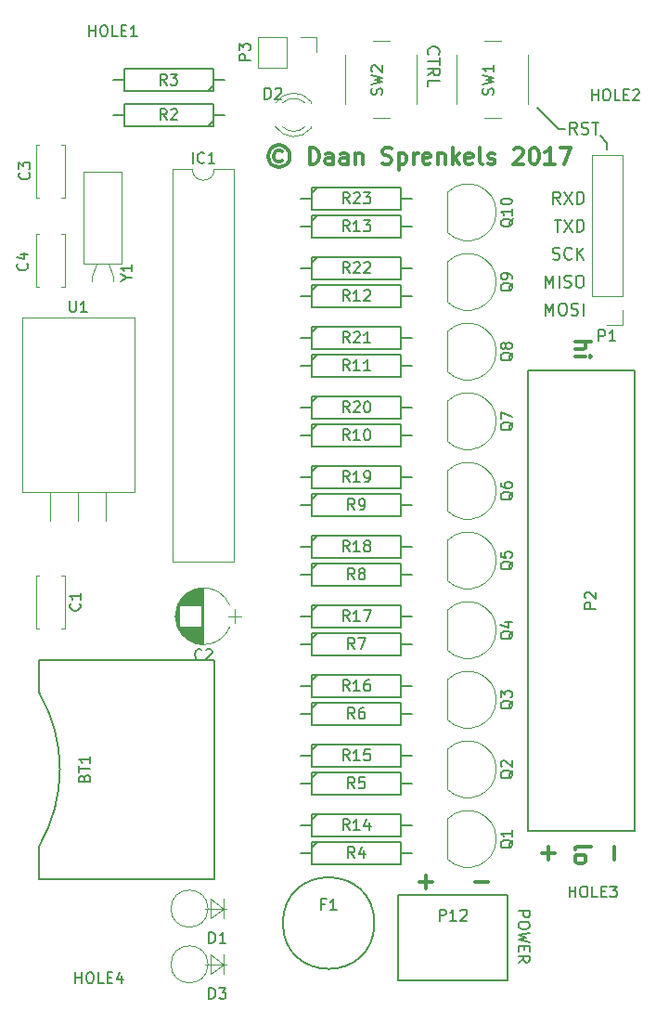
<source format=gbr>
G04 #@! TF.FileFunction,Legend,Top*
%FSLAX46Y46*%
G04 Gerber Fmt 4.6, Leading zero omitted, Abs format (unit mm)*
G04 Created by KiCad (PCBNEW 4.0.3+e1-6302~38~ubuntu14.04.1-stable) date Fri Mar 24 19:53:49 2017*
%MOMM*%
%LPD*%
G01*
G04 APERTURE LIST*
%ADD10C,0.100000*%
%ADD11C,0.200000*%
%ADD12C,0.300000*%
%ADD13C,0.150000*%
%ADD14C,0.120000*%
G04 APERTURE END LIST*
D10*
D11*
X156845000Y-55880000D02*
X154940000Y-53975000D01*
X157480000Y-55880000D02*
X156845000Y-55880000D01*
X161290000Y-57150000D02*
X161290000Y-57785000D01*
X160655000Y-56515000D02*
X161290000Y-57150000D01*
X158559762Y-56377619D02*
X158193096Y-55853810D01*
X157931191Y-56377619D02*
X157931191Y-55277619D01*
X158350238Y-55277619D01*
X158455000Y-55330000D01*
X158507381Y-55382381D01*
X158559762Y-55487143D01*
X158559762Y-55644286D01*
X158507381Y-55749048D01*
X158455000Y-55801429D01*
X158350238Y-55853810D01*
X157931191Y-55853810D01*
X158978810Y-56325238D02*
X159135953Y-56377619D01*
X159397857Y-56377619D01*
X159502619Y-56325238D01*
X159555000Y-56272857D01*
X159607381Y-56168095D01*
X159607381Y-56063333D01*
X159555000Y-55958571D01*
X159502619Y-55906190D01*
X159397857Y-55853810D01*
X159188334Y-55801429D01*
X159083572Y-55749048D01*
X159031191Y-55696667D01*
X158978810Y-55591905D01*
X158978810Y-55487143D01*
X159031191Y-55382381D01*
X159083572Y-55330000D01*
X159188334Y-55277619D01*
X159450238Y-55277619D01*
X159607381Y-55330000D01*
X159921667Y-55277619D02*
X160550238Y-55277619D01*
X160235953Y-56377619D02*
X160235953Y-55277619D01*
X157027857Y-62727619D02*
X156661191Y-62203810D01*
X156399286Y-62727619D02*
X156399286Y-61627619D01*
X156818333Y-61627619D01*
X156923095Y-61680000D01*
X156975476Y-61732381D01*
X157027857Y-61837143D01*
X157027857Y-61994286D01*
X156975476Y-62099048D01*
X156923095Y-62151429D01*
X156818333Y-62203810D01*
X156399286Y-62203810D01*
X157394524Y-61627619D02*
X158127857Y-62727619D01*
X158127857Y-61627619D02*
X157394524Y-62727619D01*
X158546905Y-62727619D02*
X158546905Y-61627619D01*
X158808810Y-61627619D01*
X158965952Y-61680000D01*
X159070714Y-61784762D01*
X159123095Y-61889524D01*
X159175476Y-62099048D01*
X159175476Y-62256190D01*
X159123095Y-62465714D01*
X159070714Y-62570476D01*
X158965952Y-62675238D01*
X158808810Y-62727619D01*
X158546905Y-62727619D01*
X156504048Y-64167619D02*
X157132619Y-64167619D01*
X156818334Y-65267619D02*
X156818334Y-64167619D01*
X157394524Y-64167619D02*
X158127857Y-65267619D01*
X158127857Y-64167619D02*
X157394524Y-65267619D01*
X158546905Y-65267619D02*
X158546905Y-64167619D01*
X158808810Y-64167619D01*
X158965952Y-64220000D01*
X159070714Y-64324762D01*
X159123095Y-64429524D01*
X159175476Y-64639048D01*
X159175476Y-64796190D01*
X159123095Y-65005714D01*
X159070714Y-65110476D01*
X158965952Y-65215238D01*
X158808810Y-65267619D01*
X158546905Y-65267619D01*
X156346905Y-67755238D02*
X156504048Y-67807619D01*
X156765952Y-67807619D01*
X156870714Y-67755238D01*
X156923095Y-67702857D01*
X156975476Y-67598095D01*
X156975476Y-67493333D01*
X156923095Y-67388571D01*
X156870714Y-67336190D01*
X156765952Y-67283810D01*
X156556429Y-67231429D01*
X156451667Y-67179048D01*
X156399286Y-67126667D01*
X156346905Y-67021905D01*
X156346905Y-66917143D01*
X156399286Y-66812381D01*
X156451667Y-66760000D01*
X156556429Y-66707619D01*
X156818333Y-66707619D01*
X156975476Y-66760000D01*
X158075476Y-67702857D02*
X158023095Y-67755238D01*
X157865952Y-67807619D01*
X157761190Y-67807619D01*
X157604048Y-67755238D01*
X157499286Y-67650476D01*
X157446905Y-67545714D01*
X157394524Y-67336190D01*
X157394524Y-67179048D01*
X157446905Y-66969524D01*
X157499286Y-66864762D01*
X157604048Y-66760000D01*
X157761190Y-66707619D01*
X157865952Y-66707619D01*
X158023095Y-66760000D01*
X158075476Y-66812381D01*
X158546905Y-67807619D02*
X158546905Y-66707619D01*
X159175476Y-67807619D02*
X158704048Y-67179048D01*
X159175476Y-66707619D02*
X158546905Y-67336190D01*
X155665952Y-70347619D02*
X155665952Y-69247619D01*
X156032618Y-70033333D01*
X156399285Y-69247619D01*
X156399285Y-70347619D01*
X156923095Y-70347619D02*
X156923095Y-69247619D01*
X157394524Y-70295238D02*
X157551667Y-70347619D01*
X157813571Y-70347619D01*
X157918333Y-70295238D01*
X157970714Y-70242857D01*
X158023095Y-70138095D01*
X158023095Y-70033333D01*
X157970714Y-69928571D01*
X157918333Y-69876190D01*
X157813571Y-69823810D01*
X157604048Y-69771429D01*
X157499286Y-69719048D01*
X157446905Y-69666667D01*
X157394524Y-69561905D01*
X157394524Y-69457143D01*
X157446905Y-69352381D01*
X157499286Y-69300000D01*
X157604048Y-69247619D01*
X157865952Y-69247619D01*
X158023095Y-69300000D01*
X158704048Y-69247619D02*
X158913571Y-69247619D01*
X159018333Y-69300000D01*
X159123095Y-69404762D01*
X159175476Y-69614286D01*
X159175476Y-69980952D01*
X159123095Y-70190476D01*
X159018333Y-70295238D01*
X158913571Y-70347619D01*
X158704048Y-70347619D01*
X158599286Y-70295238D01*
X158494524Y-70190476D01*
X158442143Y-69980952D01*
X158442143Y-69614286D01*
X158494524Y-69404762D01*
X158599286Y-69300000D01*
X158704048Y-69247619D01*
X155665952Y-72887619D02*
X155665952Y-71787619D01*
X156032618Y-72573333D01*
X156399285Y-71787619D01*
X156399285Y-72887619D01*
X157132619Y-71787619D02*
X157342142Y-71787619D01*
X157446904Y-71840000D01*
X157551666Y-71944762D01*
X157604047Y-72154286D01*
X157604047Y-72520952D01*
X157551666Y-72730476D01*
X157446904Y-72835238D01*
X157342142Y-72887619D01*
X157132619Y-72887619D01*
X157027857Y-72835238D01*
X156923095Y-72730476D01*
X156870714Y-72520952D01*
X156870714Y-72154286D01*
X156923095Y-71944762D01*
X157027857Y-71840000D01*
X157132619Y-71787619D01*
X158023095Y-72835238D02*
X158180238Y-72887619D01*
X158442142Y-72887619D01*
X158546904Y-72835238D01*
X158599285Y-72782857D01*
X158651666Y-72678095D01*
X158651666Y-72573333D01*
X158599285Y-72468571D01*
X158546904Y-72416190D01*
X158442142Y-72363810D01*
X158232619Y-72311429D01*
X158127857Y-72259048D01*
X158075476Y-72206667D01*
X158023095Y-72101905D01*
X158023095Y-71997143D01*
X158075476Y-71892381D01*
X158127857Y-71840000D01*
X158232619Y-71787619D01*
X158494523Y-71787619D01*
X158651666Y-71840000D01*
X159123095Y-72887619D02*
X159123095Y-71787619D01*
D12*
X144208572Y-124567143D02*
X145351429Y-124567143D01*
X144780000Y-125138571D02*
X144780000Y-123995714D01*
X149288572Y-124567143D02*
X150431429Y-124567143D01*
X161932857Y-121357143D02*
X161932857Y-122500000D01*
X155932857Y-121357143D02*
X155932857Y-122500000D01*
X155361429Y-121928571D02*
X156504286Y-121928571D01*
X158361429Y-75285714D02*
X159861429Y-75285714D01*
X158361429Y-75928571D02*
X159147143Y-75928571D01*
X159290000Y-75857142D01*
X159361429Y-75714285D01*
X159361429Y-75500000D01*
X159290000Y-75357142D01*
X159218571Y-75285714D01*
X158361429Y-76642857D02*
X159361429Y-76642857D01*
X159861429Y-76642857D02*
X159790000Y-76571428D01*
X159718571Y-76642857D01*
X159790000Y-76714285D01*
X159861429Y-76642857D01*
X159718571Y-76642857D01*
X158361429Y-121571429D02*
X158432857Y-121428571D01*
X158575714Y-121357143D01*
X159861429Y-121357143D01*
X158361429Y-122357143D02*
X158432857Y-122214285D01*
X158504286Y-122142857D01*
X158647143Y-122071428D01*
X159075714Y-122071428D01*
X159218571Y-122142857D01*
X159290000Y-122214285D01*
X159361429Y-122357143D01*
X159361429Y-122571428D01*
X159290000Y-122714285D01*
X159218571Y-122785714D01*
X159075714Y-122857143D01*
X158647143Y-122857143D01*
X158504286Y-122785714D01*
X158432857Y-122714285D01*
X158361429Y-122571428D01*
X158361429Y-122357143D01*
D11*
X145022143Y-49091191D02*
X144969762Y-49038810D01*
X144917381Y-48881667D01*
X144917381Y-48776905D01*
X144969762Y-48619763D01*
X145074524Y-48515001D01*
X145179286Y-48462620D01*
X145388810Y-48410239D01*
X145545952Y-48410239D01*
X145755476Y-48462620D01*
X145860238Y-48515001D01*
X145965000Y-48619763D01*
X146017381Y-48776905D01*
X146017381Y-48881667D01*
X145965000Y-49038810D01*
X145912619Y-49091191D01*
X146017381Y-49405477D02*
X146017381Y-50034048D01*
X144917381Y-49719763D02*
X146017381Y-49719763D01*
X144917381Y-51029286D02*
X145441190Y-50662620D01*
X144917381Y-50400715D02*
X146017381Y-50400715D01*
X146017381Y-50819762D01*
X145965000Y-50924524D01*
X145912619Y-50976905D01*
X145807857Y-51029286D01*
X145650714Y-51029286D01*
X145545952Y-50976905D01*
X145493571Y-50924524D01*
X145441190Y-50819762D01*
X145441190Y-50400715D01*
X144917381Y-52024524D02*
X144917381Y-51500715D01*
X146017381Y-51500715D01*
D12*
X131645002Y-57955714D02*
X131502144Y-57884286D01*
X131216430Y-57884286D01*
X131073573Y-57955714D01*
X130930716Y-58098571D01*
X130859287Y-58241429D01*
X130859287Y-58527143D01*
X130930716Y-58670000D01*
X131073573Y-58812857D01*
X131216430Y-58884286D01*
X131502144Y-58884286D01*
X131645002Y-58812857D01*
X131359287Y-57384286D02*
X131002144Y-57455714D01*
X130645002Y-57670000D01*
X130430716Y-58027143D01*
X130359287Y-58384286D01*
X130430716Y-58741429D01*
X130645002Y-59098571D01*
X131002144Y-59312857D01*
X131359287Y-59384286D01*
X131716430Y-59312857D01*
X132073573Y-59098571D01*
X132287859Y-58741429D01*
X132359287Y-58384286D01*
X132287859Y-58027143D01*
X132073573Y-57670000D01*
X131716430Y-57455714D01*
X131359287Y-57384286D01*
X134145002Y-59098571D02*
X134145002Y-57598571D01*
X134502145Y-57598571D01*
X134716430Y-57670000D01*
X134859288Y-57812857D01*
X134930716Y-57955714D01*
X135002145Y-58241429D01*
X135002145Y-58455714D01*
X134930716Y-58741429D01*
X134859288Y-58884286D01*
X134716430Y-59027143D01*
X134502145Y-59098571D01*
X134145002Y-59098571D01*
X136287859Y-59098571D02*
X136287859Y-58312857D01*
X136216430Y-58170000D01*
X136073573Y-58098571D01*
X135787859Y-58098571D01*
X135645002Y-58170000D01*
X136287859Y-59027143D02*
X136145002Y-59098571D01*
X135787859Y-59098571D01*
X135645002Y-59027143D01*
X135573573Y-58884286D01*
X135573573Y-58741429D01*
X135645002Y-58598571D01*
X135787859Y-58527143D01*
X136145002Y-58527143D01*
X136287859Y-58455714D01*
X137645002Y-59098571D02*
X137645002Y-58312857D01*
X137573573Y-58170000D01*
X137430716Y-58098571D01*
X137145002Y-58098571D01*
X137002145Y-58170000D01*
X137645002Y-59027143D02*
X137502145Y-59098571D01*
X137145002Y-59098571D01*
X137002145Y-59027143D01*
X136930716Y-58884286D01*
X136930716Y-58741429D01*
X137002145Y-58598571D01*
X137145002Y-58527143D01*
X137502145Y-58527143D01*
X137645002Y-58455714D01*
X138359288Y-58098571D02*
X138359288Y-59098571D01*
X138359288Y-58241429D02*
X138430716Y-58170000D01*
X138573574Y-58098571D01*
X138787859Y-58098571D01*
X138930716Y-58170000D01*
X139002145Y-58312857D01*
X139002145Y-59098571D01*
X140787859Y-59027143D02*
X141002145Y-59098571D01*
X141359288Y-59098571D01*
X141502145Y-59027143D01*
X141573574Y-58955714D01*
X141645002Y-58812857D01*
X141645002Y-58670000D01*
X141573574Y-58527143D01*
X141502145Y-58455714D01*
X141359288Y-58384286D01*
X141073574Y-58312857D01*
X140930716Y-58241429D01*
X140859288Y-58170000D01*
X140787859Y-58027143D01*
X140787859Y-57884286D01*
X140859288Y-57741429D01*
X140930716Y-57670000D01*
X141073574Y-57598571D01*
X141430716Y-57598571D01*
X141645002Y-57670000D01*
X142287859Y-58098571D02*
X142287859Y-59598571D01*
X142287859Y-58170000D02*
X142430716Y-58098571D01*
X142716430Y-58098571D01*
X142859287Y-58170000D01*
X142930716Y-58241429D01*
X143002145Y-58384286D01*
X143002145Y-58812857D01*
X142930716Y-58955714D01*
X142859287Y-59027143D01*
X142716430Y-59098571D01*
X142430716Y-59098571D01*
X142287859Y-59027143D01*
X143645002Y-59098571D02*
X143645002Y-58098571D01*
X143645002Y-58384286D02*
X143716430Y-58241429D01*
X143787859Y-58170000D01*
X143930716Y-58098571D01*
X144073573Y-58098571D01*
X145145001Y-59027143D02*
X145002144Y-59098571D01*
X144716430Y-59098571D01*
X144573573Y-59027143D01*
X144502144Y-58884286D01*
X144502144Y-58312857D01*
X144573573Y-58170000D01*
X144716430Y-58098571D01*
X145002144Y-58098571D01*
X145145001Y-58170000D01*
X145216430Y-58312857D01*
X145216430Y-58455714D01*
X144502144Y-58598571D01*
X145859287Y-58098571D02*
X145859287Y-59098571D01*
X145859287Y-58241429D02*
X145930715Y-58170000D01*
X146073573Y-58098571D01*
X146287858Y-58098571D01*
X146430715Y-58170000D01*
X146502144Y-58312857D01*
X146502144Y-59098571D01*
X147216430Y-59098571D02*
X147216430Y-57598571D01*
X147359287Y-58527143D02*
X147787858Y-59098571D01*
X147787858Y-58098571D02*
X147216430Y-58670000D01*
X149002144Y-59027143D02*
X148859287Y-59098571D01*
X148573573Y-59098571D01*
X148430716Y-59027143D01*
X148359287Y-58884286D01*
X148359287Y-58312857D01*
X148430716Y-58170000D01*
X148573573Y-58098571D01*
X148859287Y-58098571D01*
X149002144Y-58170000D01*
X149073573Y-58312857D01*
X149073573Y-58455714D01*
X148359287Y-58598571D01*
X149930716Y-59098571D02*
X149787858Y-59027143D01*
X149716430Y-58884286D01*
X149716430Y-57598571D01*
X150430715Y-59027143D02*
X150573572Y-59098571D01*
X150859287Y-59098571D01*
X151002144Y-59027143D01*
X151073572Y-58884286D01*
X151073572Y-58812857D01*
X151002144Y-58670000D01*
X150859287Y-58598571D01*
X150645001Y-58598571D01*
X150502144Y-58527143D01*
X150430715Y-58384286D01*
X150430715Y-58312857D01*
X150502144Y-58170000D01*
X150645001Y-58098571D01*
X150859287Y-58098571D01*
X151002144Y-58170000D01*
X152787858Y-57741429D02*
X152859287Y-57670000D01*
X153002144Y-57598571D01*
X153359287Y-57598571D01*
X153502144Y-57670000D01*
X153573573Y-57741429D01*
X153645001Y-57884286D01*
X153645001Y-58027143D01*
X153573573Y-58241429D01*
X152716430Y-59098571D01*
X153645001Y-59098571D01*
X154573572Y-57598571D02*
X154716429Y-57598571D01*
X154859286Y-57670000D01*
X154930715Y-57741429D01*
X155002144Y-57884286D01*
X155073572Y-58170000D01*
X155073572Y-58527143D01*
X155002144Y-58812857D01*
X154930715Y-58955714D01*
X154859286Y-59027143D01*
X154716429Y-59098571D01*
X154573572Y-59098571D01*
X154430715Y-59027143D01*
X154359286Y-58955714D01*
X154287858Y-58812857D01*
X154216429Y-58527143D01*
X154216429Y-58170000D01*
X154287858Y-57884286D01*
X154359286Y-57741429D01*
X154430715Y-57670000D01*
X154573572Y-57598571D01*
X156502143Y-59098571D02*
X155645000Y-59098571D01*
X156073572Y-59098571D02*
X156073572Y-57598571D01*
X155930715Y-57812857D01*
X155787857Y-57955714D01*
X155645000Y-58027143D01*
X157002143Y-57598571D02*
X158002143Y-57598571D01*
X157359286Y-59098571D01*
D13*
X153217619Y-127230476D02*
X154217619Y-127230476D01*
X154217619Y-127611429D01*
X154170000Y-127706667D01*
X154122381Y-127754286D01*
X154027143Y-127801905D01*
X153884286Y-127801905D01*
X153789048Y-127754286D01*
X153741429Y-127706667D01*
X153693810Y-127611429D01*
X153693810Y-127230476D01*
X154217619Y-128420952D02*
X154217619Y-128611429D01*
X154170000Y-128706667D01*
X154074762Y-128801905D01*
X153884286Y-128849524D01*
X153550952Y-128849524D01*
X153360476Y-128801905D01*
X153265238Y-128706667D01*
X153217619Y-128611429D01*
X153217619Y-128420952D01*
X153265238Y-128325714D01*
X153360476Y-128230476D01*
X153550952Y-128182857D01*
X153884286Y-128182857D01*
X154074762Y-128230476D01*
X154170000Y-128325714D01*
X154217619Y-128420952D01*
X154217619Y-129182857D02*
X153217619Y-129420952D01*
X153931905Y-129611429D01*
X153217619Y-129801905D01*
X154217619Y-130040000D01*
X153741429Y-130420952D02*
X153741429Y-130754286D01*
X153217619Y-130897143D02*
X153217619Y-130420952D01*
X154217619Y-130420952D01*
X154217619Y-130897143D01*
X153217619Y-131897143D02*
X153693810Y-131563809D01*
X153217619Y-131325714D02*
X154217619Y-131325714D01*
X154217619Y-131706667D01*
X154170000Y-131801905D01*
X154122381Y-131849524D01*
X154027143Y-131897143D01*
X153884286Y-131897143D01*
X153789048Y-131849524D01*
X153741429Y-131801905D01*
X153693810Y-131706667D01*
X153693810Y-131325714D01*
D14*
X111800000Y-96610000D02*
X111800000Y-101430000D01*
X109180000Y-96610000D02*
X109180000Y-101430000D01*
X111800000Y-96610000D02*
X111486000Y-96610000D01*
X109494000Y-96610000D02*
X109180000Y-96610000D01*
X111800000Y-101430000D02*
X111486000Y-101430000D01*
X109494000Y-101430000D02*
X109180000Y-101430000D01*
D13*
X109475000Y-124300000D02*
X109475000Y-121300000D01*
X109500925Y-121255367D02*
G75*
G03X109475000Y-107300000I-12025925J6955367D01*
G01*
X109475000Y-104300000D02*
X109475000Y-107300000D01*
X109475000Y-124300000D02*
X125475000Y-124300000D01*
X125475000Y-104300000D02*
X109475000Y-104300000D01*
X125475000Y-124300000D02*
X125475000Y-104300000D01*
D14*
X107910000Y-89020000D02*
X118150000Y-89020000D01*
X107910000Y-73130000D02*
X118150000Y-73130000D01*
X107910000Y-73130000D02*
X107910000Y-89020000D01*
X118150000Y-73130000D02*
X118150000Y-89020000D01*
X110490000Y-89020000D02*
X110490000Y-91660000D01*
X113030000Y-89020000D02*
X113030000Y-91644000D01*
X115570000Y-89020000D02*
X115570000Y-91644000D01*
X154090000Y-53610000D02*
X154090000Y-49110000D01*
X150090000Y-54860000D02*
X151590000Y-54860000D01*
X147590000Y-49110000D02*
X147590000Y-53610000D01*
X151590000Y-47860000D02*
X150090000Y-47860000D01*
D13*
X140065000Y-128320000D02*
G75*
G03X140065000Y-128320000I-4175000J0D01*
G01*
D14*
X125460000Y-59570000D02*
G75*
G02X123460000Y-59570000I-1000000J0D01*
G01*
X123460000Y-59570000D02*
X121690000Y-59570000D01*
X121690000Y-59570000D02*
X121690000Y-95370000D01*
X121690000Y-95370000D02*
X127230000Y-95370000D01*
X127230000Y-95370000D02*
X127230000Y-59570000D01*
X127230000Y-59570000D02*
X125460000Y-59570000D01*
X143930000Y-53610000D02*
X143930000Y-49110000D01*
X139930000Y-54860000D02*
X141430000Y-54860000D01*
X137430000Y-49110000D02*
X137430000Y-53610000D01*
X141430000Y-47860000D02*
X139930000Y-47860000D01*
X146740000Y-118850000D02*
X146740000Y-122450000D01*
X146751522Y-118811522D02*
G75*
G02X151190000Y-120650000I1838478J-1838478D01*
G01*
X146751522Y-122488478D02*
G75*
G03X151190000Y-120650000I1838478J1838478D01*
G01*
X124880635Y-127000000D02*
G75*
G03X124880635Y-127000000I-1690635J0D01*
G01*
X126579365Y-127000000D02*
X124590000Y-127000000D01*
X126322667Y-127889000D02*
X126322667Y-126111000D01*
X126322667Y-127000000D02*
X125137333Y-127889000D01*
X125137333Y-127889000D02*
X125137333Y-126111000D01*
X125137333Y-126111000D02*
X126322667Y-127000000D01*
X131042665Y-55688608D02*
G75*
G03X134275000Y-55845516I1672335J1078608D01*
G01*
X131042665Y-53531392D02*
G75*
G02X134275000Y-53374484I1672335J-1078608D01*
G01*
X131673870Y-55689837D02*
G75*
G03X133755961Y-55690000I1041130J1079837D01*
G01*
X131673870Y-53530163D02*
G75*
G02X133755961Y-53530000I1041130J-1079837D01*
G01*
X134275000Y-55846000D02*
X134275000Y-55690000D01*
X134275000Y-53530000D02*
X134275000Y-53374000D01*
X146740000Y-112500000D02*
X146740000Y-116100000D01*
X146751522Y-112461522D02*
G75*
G02X151190000Y-114300000I1838478J-1838478D01*
G01*
X146751522Y-116138478D02*
G75*
G03X151190000Y-114300000I1838478J1838478D01*
G01*
X146740000Y-106150000D02*
X146740000Y-109750000D01*
X146751522Y-106111522D02*
G75*
G02X151190000Y-107950000I1838478J-1838478D01*
G01*
X146751522Y-109788478D02*
G75*
G03X151190000Y-107950000I1838478J1838478D01*
G01*
X146740000Y-99800000D02*
X146740000Y-103400000D01*
X146751522Y-99761522D02*
G75*
G02X151190000Y-101600000I1838478J-1838478D01*
G01*
X146751522Y-103438478D02*
G75*
G03X151190000Y-101600000I1838478J1838478D01*
G01*
X146740000Y-93450000D02*
X146740000Y-97050000D01*
X146751522Y-93411522D02*
G75*
G02X151190000Y-95250000I1838478J-1838478D01*
G01*
X146751522Y-97088478D02*
G75*
G03X151190000Y-95250000I1838478J1838478D01*
G01*
X146740000Y-87100000D02*
X146740000Y-90700000D01*
X146751522Y-87061522D02*
G75*
G02X151190000Y-88900000I1838478J-1838478D01*
G01*
X146751522Y-90738478D02*
G75*
G03X151190000Y-88900000I1838478J1838478D01*
G01*
X146740000Y-80750000D02*
X146740000Y-84350000D01*
X146751522Y-80711522D02*
G75*
G02X151190000Y-82550000I1838478J-1838478D01*
G01*
X146751522Y-84388478D02*
G75*
G03X151190000Y-82550000I1838478J1838478D01*
G01*
X146740000Y-74400000D02*
X146740000Y-78000000D01*
X146751522Y-74361522D02*
G75*
G02X151190000Y-76200000I1838478J-1838478D01*
G01*
X146751522Y-78038478D02*
G75*
G03X151190000Y-76200000I1838478J1838478D01*
G01*
X146740000Y-68050000D02*
X146740000Y-71650000D01*
X146751522Y-68011522D02*
G75*
G02X151190000Y-69850000I1838478J-1838478D01*
G01*
X146751522Y-71688478D02*
G75*
G03X151190000Y-69850000I1838478J1838478D01*
G01*
X146740000Y-61700000D02*
X146740000Y-65300000D01*
X146751522Y-61661522D02*
G75*
G02X151190000Y-63500000I1838478J-1838478D01*
G01*
X146751522Y-65338478D02*
G75*
G03X151190000Y-63500000I1838478J1838478D01*
G01*
D13*
X126365000Y-54610000D02*
X125349000Y-54610000D01*
X125349000Y-54610000D02*
X125349000Y-55626000D01*
X125349000Y-55626000D02*
X117221000Y-55626000D01*
X117221000Y-55626000D02*
X117221000Y-53594000D01*
X117221000Y-53594000D02*
X125349000Y-53594000D01*
X125349000Y-53594000D02*
X125349000Y-54610000D01*
X125349000Y-55118000D02*
X124841000Y-55626000D01*
X116205000Y-54610000D02*
X117221000Y-54610000D01*
X126365000Y-51435000D02*
X125349000Y-51435000D01*
X125349000Y-51435000D02*
X125349000Y-52451000D01*
X125349000Y-52451000D02*
X117221000Y-52451000D01*
X117221000Y-52451000D02*
X117221000Y-50419000D01*
X117221000Y-50419000D02*
X125349000Y-50419000D01*
X125349000Y-50419000D02*
X125349000Y-51435000D01*
X125349000Y-51943000D02*
X124841000Y-52451000D01*
X116205000Y-51435000D02*
X117221000Y-51435000D01*
X133350000Y-121920000D02*
X134366000Y-121920000D01*
X134366000Y-121920000D02*
X134366000Y-120904000D01*
X134366000Y-120904000D02*
X142494000Y-120904000D01*
X142494000Y-120904000D02*
X142494000Y-122936000D01*
X142494000Y-122936000D02*
X134366000Y-122936000D01*
X134366000Y-122936000D02*
X134366000Y-121920000D01*
X134366000Y-121412000D02*
X134874000Y-120904000D01*
X143510000Y-121920000D02*
X142494000Y-121920000D01*
X133350000Y-115570000D02*
X134366000Y-115570000D01*
X134366000Y-115570000D02*
X134366000Y-114554000D01*
X134366000Y-114554000D02*
X142494000Y-114554000D01*
X142494000Y-114554000D02*
X142494000Y-116586000D01*
X142494000Y-116586000D02*
X134366000Y-116586000D01*
X134366000Y-116586000D02*
X134366000Y-115570000D01*
X134366000Y-115062000D02*
X134874000Y-114554000D01*
X143510000Y-115570000D02*
X142494000Y-115570000D01*
X133350000Y-109220000D02*
X134366000Y-109220000D01*
X134366000Y-109220000D02*
X134366000Y-108204000D01*
X134366000Y-108204000D02*
X142494000Y-108204000D01*
X142494000Y-108204000D02*
X142494000Y-110236000D01*
X142494000Y-110236000D02*
X134366000Y-110236000D01*
X134366000Y-110236000D02*
X134366000Y-109220000D01*
X134366000Y-108712000D02*
X134874000Y-108204000D01*
X143510000Y-109220000D02*
X142494000Y-109220000D01*
X133350000Y-102870000D02*
X134366000Y-102870000D01*
X134366000Y-102870000D02*
X134366000Y-101854000D01*
X134366000Y-101854000D02*
X142494000Y-101854000D01*
X142494000Y-101854000D02*
X142494000Y-103886000D01*
X142494000Y-103886000D02*
X134366000Y-103886000D01*
X134366000Y-103886000D02*
X134366000Y-102870000D01*
X134366000Y-102362000D02*
X134874000Y-101854000D01*
X143510000Y-102870000D02*
X142494000Y-102870000D01*
X133350000Y-96520000D02*
X134366000Y-96520000D01*
X134366000Y-96520000D02*
X134366000Y-95504000D01*
X134366000Y-95504000D02*
X142494000Y-95504000D01*
X142494000Y-95504000D02*
X142494000Y-97536000D01*
X142494000Y-97536000D02*
X134366000Y-97536000D01*
X134366000Y-97536000D02*
X134366000Y-96520000D01*
X134366000Y-96012000D02*
X134874000Y-95504000D01*
X143510000Y-96520000D02*
X142494000Y-96520000D01*
X133350000Y-90170000D02*
X134366000Y-90170000D01*
X134366000Y-90170000D02*
X134366000Y-89154000D01*
X134366000Y-89154000D02*
X142494000Y-89154000D01*
X142494000Y-89154000D02*
X142494000Y-91186000D01*
X142494000Y-91186000D02*
X134366000Y-91186000D01*
X134366000Y-91186000D02*
X134366000Y-90170000D01*
X134366000Y-89662000D02*
X134874000Y-89154000D01*
X143510000Y-90170000D02*
X142494000Y-90170000D01*
X133350000Y-83820000D02*
X134366000Y-83820000D01*
X134366000Y-83820000D02*
X134366000Y-82804000D01*
X134366000Y-82804000D02*
X142494000Y-82804000D01*
X142494000Y-82804000D02*
X142494000Y-84836000D01*
X142494000Y-84836000D02*
X134366000Y-84836000D01*
X134366000Y-84836000D02*
X134366000Y-83820000D01*
X134366000Y-83312000D02*
X134874000Y-82804000D01*
X143510000Y-83820000D02*
X142494000Y-83820000D01*
X133350000Y-77470000D02*
X134366000Y-77470000D01*
X134366000Y-77470000D02*
X134366000Y-76454000D01*
X134366000Y-76454000D02*
X142494000Y-76454000D01*
X142494000Y-76454000D02*
X142494000Y-78486000D01*
X142494000Y-78486000D02*
X134366000Y-78486000D01*
X134366000Y-78486000D02*
X134366000Y-77470000D01*
X134366000Y-76962000D02*
X134874000Y-76454000D01*
X143510000Y-77470000D02*
X142494000Y-77470000D01*
X133350000Y-71120000D02*
X134366000Y-71120000D01*
X134366000Y-71120000D02*
X134366000Y-70104000D01*
X134366000Y-70104000D02*
X142494000Y-70104000D01*
X142494000Y-70104000D02*
X142494000Y-72136000D01*
X142494000Y-72136000D02*
X134366000Y-72136000D01*
X134366000Y-72136000D02*
X134366000Y-71120000D01*
X134366000Y-70612000D02*
X134874000Y-70104000D01*
X143510000Y-71120000D02*
X142494000Y-71120000D01*
X133350000Y-64770000D02*
X134366000Y-64770000D01*
X134366000Y-64770000D02*
X134366000Y-63754000D01*
X134366000Y-63754000D02*
X142494000Y-63754000D01*
X142494000Y-63754000D02*
X142494000Y-65786000D01*
X142494000Y-65786000D02*
X134366000Y-65786000D01*
X134366000Y-65786000D02*
X134366000Y-64770000D01*
X134366000Y-64262000D02*
X134874000Y-63754000D01*
X143510000Y-64770000D02*
X142494000Y-64770000D01*
D14*
X116955000Y-68185000D02*
X116955000Y-59785000D01*
X116955000Y-59785000D02*
X113555000Y-59785000D01*
X113555000Y-59785000D02*
X113555000Y-68185000D01*
X113555000Y-68185000D02*
X116955000Y-68185000D01*
X115800000Y-68185000D02*
X116205000Y-69335000D01*
X116205000Y-69335000D02*
X116205000Y-69785000D01*
X114710000Y-68185000D02*
X114305000Y-69335000D01*
X114305000Y-69335000D02*
X114305000Y-69785000D01*
D13*
X133350000Y-119380000D02*
X134366000Y-119380000D01*
X134366000Y-119380000D02*
X134366000Y-118364000D01*
X134366000Y-118364000D02*
X142494000Y-118364000D01*
X142494000Y-118364000D02*
X142494000Y-120396000D01*
X142494000Y-120396000D02*
X134366000Y-120396000D01*
X134366000Y-120396000D02*
X134366000Y-119380000D01*
X134366000Y-118872000D02*
X134874000Y-118364000D01*
X143510000Y-119380000D02*
X142494000Y-119380000D01*
X133350000Y-113030000D02*
X134366000Y-113030000D01*
X134366000Y-113030000D02*
X134366000Y-112014000D01*
X134366000Y-112014000D02*
X142494000Y-112014000D01*
X142494000Y-112014000D02*
X142494000Y-114046000D01*
X142494000Y-114046000D02*
X134366000Y-114046000D01*
X134366000Y-114046000D02*
X134366000Y-113030000D01*
X134366000Y-112522000D02*
X134874000Y-112014000D01*
X143510000Y-113030000D02*
X142494000Y-113030000D01*
X133350000Y-106680000D02*
X134366000Y-106680000D01*
X134366000Y-106680000D02*
X134366000Y-105664000D01*
X134366000Y-105664000D02*
X142494000Y-105664000D01*
X142494000Y-105664000D02*
X142494000Y-107696000D01*
X142494000Y-107696000D02*
X134366000Y-107696000D01*
X134366000Y-107696000D02*
X134366000Y-106680000D01*
X134366000Y-106172000D02*
X134874000Y-105664000D01*
X143510000Y-106680000D02*
X142494000Y-106680000D01*
X133350000Y-100330000D02*
X134366000Y-100330000D01*
X134366000Y-100330000D02*
X134366000Y-99314000D01*
X134366000Y-99314000D02*
X142494000Y-99314000D01*
X142494000Y-99314000D02*
X142494000Y-101346000D01*
X142494000Y-101346000D02*
X134366000Y-101346000D01*
X134366000Y-101346000D02*
X134366000Y-100330000D01*
X134366000Y-99822000D02*
X134874000Y-99314000D01*
X143510000Y-100330000D02*
X142494000Y-100330000D01*
X133350000Y-93980000D02*
X134366000Y-93980000D01*
X134366000Y-93980000D02*
X134366000Y-92964000D01*
X134366000Y-92964000D02*
X142494000Y-92964000D01*
X142494000Y-92964000D02*
X142494000Y-94996000D01*
X142494000Y-94996000D02*
X134366000Y-94996000D01*
X134366000Y-94996000D02*
X134366000Y-93980000D01*
X134366000Y-93472000D02*
X134874000Y-92964000D01*
X143510000Y-93980000D02*
X142494000Y-93980000D01*
X133350000Y-87630000D02*
X134366000Y-87630000D01*
X134366000Y-87630000D02*
X134366000Y-86614000D01*
X134366000Y-86614000D02*
X142494000Y-86614000D01*
X142494000Y-86614000D02*
X142494000Y-88646000D01*
X142494000Y-88646000D02*
X134366000Y-88646000D01*
X134366000Y-88646000D02*
X134366000Y-87630000D01*
X134366000Y-87122000D02*
X134874000Y-86614000D01*
X143510000Y-87630000D02*
X142494000Y-87630000D01*
X133350000Y-81280000D02*
X134366000Y-81280000D01*
X134366000Y-81280000D02*
X134366000Y-80264000D01*
X134366000Y-80264000D02*
X142494000Y-80264000D01*
X142494000Y-80264000D02*
X142494000Y-82296000D01*
X142494000Y-82296000D02*
X134366000Y-82296000D01*
X134366000Y-82296000D02*
X134366000Y-81280000D01*
X134366000Y-80772000D02*
X134874000Y-80264000D01*
X143510000Y-81280000D02*
X142494000Y-81280000D01*
X133350000Y-74930000D02*
X134366000Y-74930000D01*
X134366000Y-74930000D02*
X134366000Y-73914000D01*
X134366000Y-73914000D02*
X142494000Y-73914000D01*
X142494000Y-73914000D02*
X142494000Y-75946000D01*
X142494000Y-75946000D02*
X134366000Y-75946000D01*
X134366000Y-75946000D02*
X134366000Y-74930000D01*
X134366000Y-74422000D02*
X134874000Y-73914000D01*
X143510000Y-74930000D02*
X142494000Y-74930000D01*
X133350000Y-68580000D02*
X134366000Y-68580000D01*
X134366000Y-68580000D02*
X134366000Y-67564000D01*
X134366000Y-67564000D02*
X142494000Y-67564000D01*
X142494000Y-67564000D02*
X142494000Y-69596000D01*
X142494000Y-69596000D02*
X134366000Y-69596000D01*
X134366000Y-69596000D02*
X134366000Y-68580000D01*
X134366000Y-68072000D02*
X134874000Y-67564000D01*
X143510000Y-68580000D02*
X142494000Y-68580000D01*
X133350000Y-62230000D02*
X134366000Y-62230000D01*
X134366000Y-62230000D02*
X134366000Y-61214000D01*
X134366000Y-61214000D02*
X142494000Y-61214000D01*
X142494000Y-61214000D02*
X142494000Y-63246000D01*
X142494000Y-63246000D02*
X134366000Y-63246000D01*
X134366000Y-63246000D02*
X134366000Y-62230000D01*
X134366000Y-61722000D02*
X134874000Y-61214000D01*
X143510000Y-62230000D02*
X142494000Y-62230000D01*
D14*
X162680000Y-71120000D02*
X162680000Y-58300000D01*
X162680000Y-58300000D02*
X159900000Y-58300000D01*
X159900000Y-58300000D02*
X159900000Y-71120000D01*
X159900000Y-71120000D02*
X162680000Y-71120000D01*
X162680000Y-72390000D02*
X162680000Y-73780000D01*
X162680000Y-73780000D02*
X161290000Y-73780000D01*
X132080000Y-47505000D02*
X129420000Y-47505000D01*
X129420000Y-47505000D02*
X129420000Y-50285000D01*
X129420000Y-50285000D02*
X132080000Y-50285000D01*
X132080000Y-50285000D02*
X132080000Y-47505000D01*
X133350000Y-47505000D02*
X134740000Y-47505000D01*
X134740000Y-47505000D02*
X134740000Y-48895000D01*
D13*
X154085000Y-77885000D02*
X163835000Y-77885000D01*
X163835000Y-77885000D02*
X163835000Y-119935000D01*
X163835000Y-119935000D02*
X154085000Y-119935000D01*
X154085000Y-119935000D02*
X154085000Y-77885000D01*
X152240000Y-125730000D02*
X152240000Y-133530000D01*
X142240000Y-125730000D02*
X152240000Y-125730000D01*
X142240000Y-133530000D02*
X142240000Y-125730000D01*
X152240000Y-133530000D02*
X142240000Y-133530000D01*
D14*
X109180000Y-62140000D02*
X109180000Y-57320000D01*
X111800000Y-62140000D02*
X111800000Y-57320000D01*
X109180000Y-62140000D02*
X109494000Y-62140000D01*
X111486000Y-62140000D02*
X111800000Y-62140000D01*
X109180000Y-57320000D02*
X109494000Y-57320000D01*
X111486000Y-57320000D02*
X111800000Y-57320000D01*
X111800000Y-65495000D02*
X111800000Y-70315000D01*
X109180000Y-65495000D02*
X109180000Y-70315000D01*
X111800000Y-65495000D02*
X111486000Y-65495000D01*
X109494000Y-65495000D02*
X109180000Y-65495000D01*
X111800000Y-70315000D02*
X111486000Y-70315000D01*
X109494000Y-70315000D02*
X109180000Y-70315000D01*
X122083137Y-101311400D02*
G75*
G03X126877436Y-101310000I2396863J981400D01*
G01*
X122083137Y-99348600D02*
G75*
G02X126877436Y-99350000I2396863J-981400D01*
G01*
X122083137Y-99348600D02*
G75*
G03X122082564Y-101310000I2396863J-981400D01*
G01*
X124480000Y-102880000D02*
X124480000Y-97780000D01*
X124440000Y-102880000D02*
X124440000Y-97780000D01*
X124400000Y-102879000D02*
X124400000Y-97781000D01*
X124360000Y-102878000D02*
X124360000Y-97782000D01*
X124320000Y-102876000D02*
X124320000Y-97784000D01*
X124280000Y-102873000D02*
X124280000Y-97787000D01*
X124240000Y-102869000D02*
X124240000Y-97791000D01*
X124200000Y-102865000D02*
X124200000Y-101310000D01*
X124200000Y-99350000D02*
X124200000Y-97795000D01*
X124160000Y-102861000D02*
X124160000Y-101310000D01*
X124160000Y-99350000D02*
X124160000Y-97799000D01*
X124120000Y-102855000D02*
X124120000Y-101310000D01*
X124120000Y-99350000D02*
X124120000Y-97805000D01*
X124080000Y-102849000D02*
X124080000Y-101310000D01*
X124080000Y-99350000D02*
X124080000Y-97811000D01*
X124040000Y-102843000D02*
X124040000Y-101310000D01*
X124040000Y-99350000D02*
X124040000Y-97817000D01*
X124000000Y-102836000D02*
X124000000Y-101310000D01*
X124000000Y-99350000D02*
X124000000Y-97824000D01*
X123960000Y-102828000D02*
X123960000Y-101310000D01*
X123960000Y-99350000D02*
X123960000Y-97832000D01*
X123920000Y-102819000D02*
X123920000Y-101310000D01*
X123920000Y-99350000D02*
X123920000Y-97841000D01*
X123880000Y-102810000D02*
X123880000Y-101310000D01*
X123880000Y-99350000D02*
X123880000Y-97850000D01*
X123840000Y-102800000D02*
X123840000Y-101310000D01*
X123840000Y-99350000D02*
X123840000Y-97860000D01*
X123800000Y-102790000D02*
X123800000Y-101310000D01*
X123800000Y-99350000D02*
X123800000Y-97870000D01*
X123759000Y-102778000D02*
X123759000Y-101310000D01*
X123759000Y-99350000D02*
X123759000Y-97882000D01*
X123719000Y-102766000D02*
X123719000Y-101310000D01*
X123719000Y-99350000D02*
X123719000Y-97894000D01*
X123679000Y-102754000D02*
X123679000Y-101310000D01*
X123679000Y-99350000D02*
X123679000Y-97906000D01*
X123639000Y-102740000D02*
X123639000Y-101310000D01*
X123639000Y-99350000D02*
X123639000Y-97920000D01*
X123599000Y-102726000D02*
X123599000Y-101310000D01*
X123599000Y-99350000D02*
X123599000Y-97934000D01*
X123559000Y-102712000D02*
X123559000Y-101310000D01*
X123559000Y-99350000D02*
X123559000Y-97948000D01*
X123519000Y-102696000D02*
X123519000Y-101310000D01*
X123519000Y-99350000D02*
X123519000Y-97964000D01*
X123479000Y-102680000D02*
X123479000Y-101310000D01*
X123479000Y-99350000D02*
X123479000Y-97980000D01*
X123439000Y-102663000D02*
X123439000Y-101310000D01*
X123439000Y-99350000D02*
X123439000Y-97997000D01*
X123399000Y-102645000D02*
X123399000Y-101310000D01*
X123399000Y-99350000D02*
X123399000Y-98015000D01*
X123359000Y-102626000D02*
X123359000Y-101310000D01*
X123359000Y-99350000D02*
X123359000Y-98034000D01*
X123319000Y-102606000D02*
X123319000Y-101310000D01*
X123319000Y-99350000D02*
X123319000Y-98054000D01*
X123279000Y-102586000D02*
X123279000Y-101310000D01*
X123279000Y-99350000D02*
X123279000Y-98074000D01*
X123239000Y-102564000D02*
X123239000Y-101310000D01*
X123239000Y-99350000D02*
X123239000Y-98096000D01*
X123199000Y-102542000D02*
X123199000Y-101310000D01*
X123199000Y-99350000D02*
X123199000Y-98118000D01*
X123159000Y-102519000D02*
X123159000Y-101310000D01*
X123159000Y-99350000D02*
X123159000Y-98141000D01*
X123119000Y-102495000D02*
X123119000Y-101310000D01*
X123119000Y-99350000D02*
X123119000Y-98165000D01*
X123079000Y-102470000D02*
X123079000Y-101310000D01*
X123079000Y-99350000D02*
X123079000Y-98190000D01*
X123039000Y-102443000D02*
X123039000Y-101310000D01*
X123039000Y-99350000D02*
X123039000Y-98217000D01*
X122999000Y-102416000D02*
X122999000Y-101310000D01*
X122999000Y-99350000D02*
X122999000Y-98244000D01*
X122959000Y-102388000D02*
X122959000Y-101310000D01*
X122959000Y-99350000D02*
X122959000Y-98272000D01*
X122919000Y-102358000D02*
X122919000Y-101310000D01*
X122919000Y-99350000D02*
X122919000Y-98302000D01*
X122879000Y-102327000D02*
X122879000Y-101310000D01*
X122879000Y-99350000D02*
X122879000Y-98333000D01*
X122839000Y-102295000D02*
X122839000Y-101310000D01*
X122839000Y-99350000D02*
X122839000Y-98365000D01*
X122799000Y-102262000D02*
X122799000Y-101310000D01*
X122799000Y-99350000D02*
X122799000Y-98398000D01*
X122759000Y-102227000D02*
X122759000Y-101310000D01*
X122759000Y-99350000D02*
X122759000Y-98433000D01*
X122719000Y-102191000D02*
X122719000Y-101310000D01*
X122719000Y-99350000D02*
X122719000Y-98469000D01*
X122679000Y-102153000D02*
X122679000Y-101310000D01*
X122679000Y-99350000D02*
X122679000Y-98507000D01*
X122639000Y-102113000D02*
X122639000Y-101310000D01*
X122639000Y-99350000D02*
X122639000Y-98547000D01*
X122599000Y-102072000D02*
X122599000Y-101310000D01*
X122599000Y-99350000D02*
X122599000Y-98588000D01*
X122559000Y-102029000D02*
X122559000Y-101310000D01*
X122559000Y-99350000D02*
X122559000Y-98631000D01*
X122519000Y-101984000D02*
X122519000Y-101310000D01*
X122519000Y-99350000D02*
X122519000Y-98676000D01*
X122479000Y-101936000D02*
X122479000Y-101310000D01*
X122479000Y-99350000D02*
X122479000Y-98724000D01*
X122439000Y-101886000D02*
X122439000Y-101310000D01*
X122439000Y-99350000D02*
X122439000Y-98774000D01*
X122399000Y-101834000D02*
X122399000Y-101310000D01*
X122399000Y-99350000D02*
X122399000Y-98826000D01*
X122359000Y-101778000D02*
X122359000Y-101310000D01*
X122359000Y-99350000D02*
X122359000Y-98882000D01*
X122319000Y-101720000D02*
X122319000Y-101310000D01*
X122319000Y-99350000D02*
X122319000Y-98940000D01*
X122279000Y-101657000D02*
X122279000Y-101310000D01*
X122279000Y-99350000D02*
X122279000Y-99003000D01*
X122239000Y-101591000D02*
X122239000Y-99069000D01*
X122199000Y-101519000D02*
X122199000Y-99141000D01*
X122159000Y-101442000D02*
X122159000Y-99218000D01*
X122119000Y-101358000D02*
X122119000Y-99302000D01*
X122079000Y-101264000D02*
X122079000Y-99396000D01*
X122039000Y-101159000D02*
X122039000Y-99501000D01*
X121999000Y-101037000D02*
X121999000Y-99623000D01*
X121959000Y-100889000D02*
X121959000Y-99771000D01*
X121919000Y-100684000D02*
X121919000Y-99976000D01*
X127930000Y-100330000D02*
X126730000Y-100330000D01*
X127330000Y-100980000D02*
X127330000Y-99680000D01*
X124880635Y-132080000D02*
G75*
G03X124880635Y-132080000I-1690635J0D01*
G01*
X126579365Y-132080000D02*
X124590000Y-132080000D01*
X126322667Y-132969000D02*
X126322667Y-131191000D01*
X126322667Y-132080000D02*
X125137333Y-132969000D01*
X125137333Y-132969000D02*
X125137333Y-131191000D01*
X125137333Y-131191000D02*
X126322667Y-132080000D01*
D13*
X113157143Y-99186666D02*
X113204762Y-99234285D01*
X113252381Y-99377142D01*
X113252381Y-99472380D01*
X113204762Y-99615238D01*
X113109524Y-99710476D01*
X113014286Y-99758095D01*
X112823810Y-99805714D01*
X112680952Y-99805714D01*
X112490476Y-99758095D01*
X112395238Y-99710476D01*
X112300000Y-99615238D01*
X112252381Y-99472380D01*
X112252381Y-99377142D01*
X112300000Y-99234285D01*
X112347619Y-99186666D01*
X113252381Y-98234285D02*
X113252381Y-98805714D01*
X113252381Y-98520000D02*
X112252381Y-98520000D01*
X112395238Y-98615238D01*
X112490476Y-98710476D01*
X112538095Y-98805714D01*
X113593571Y-115085714D02*
X113641190Y-114942857D01*
X113688810Y-114895238D01*
X113784048Y-114847619D01*
X113926905Y-114847619D01*
X114022143Y-114895238D01*
X114069762Y-114942857D01*
X114117381Y-115038095D01*
X114117381Y-115419048D01*
X113117381Y-115419048D01*
X113117381Y-115085714D01*
X113165000Y-114990476D01*
X113212619Y-114942857D01*
X113307857Y-114895238D01*
X113403095Y-114895238D01*
X113498333Y-114942857D01*
X113545952Y-114990476D01*
X113593571Y-115085714D01*
X113593571Y-115419048D01*
X113117381Y-114561905D02*
X113117381Y-113990476D01*
X114117381Y-114276191D02*
X113117381Y-114276191D01*
X114117381Y-113133333D02*
X114117381Y-113704762D01*
X114117381Y-113419048D02*
X113117381Y-113419048D01*
X113260238Y-113514286D01*
X113355476Y-113609524D01*
X113403095Y-113704762D01*
X112268095Y-71582381D02*
X112268095Y-72391905D01*
X112315714Y-72487143D01*
X112363333Y-72534762D01*
X112458571Y-72582381D01*
X112649048Y-72582381D01*
X112744286Y-72534762D01*
X112791905Y-72487143D01*
X112839524Y-72391905D01*
X112839524Y-71582381D01*
X113839524Y-72582381D02*
X113268095Y-72582381D01*
X113553809Y-72582381D02*
X113553809Y-71582381D01*
X113458571Y-71725238D01*
X113363333Y-71820476D01*
X113268095Y-71868095D01*
X150899762Y-52768333D02*
X150947381Y-52625476D01*
X150947381Y-52387380D01*
X150899762Y-52292142D01*
X150852143Y-52244523D01*
X150756905Y-52196904D01*
X150661667Y-52196904D01*
X150566429Y-52244523D01*
X150518810Y-52292142D01*
X150471190Y-52387380D01*
X150423571Y-52577857D01*
X150375952Y-52673095D01*
X150328333Y-52720714D01*
X150233095Y-52768333D01*
X150137857Y-52768333D01*
X150042619Y-52720714D01*
X149995000Y-52673095D01*
X149947381Y-52577857D01*
X149947381Y-52339761D01*
X149995000Y-52196904D01*
X149947381Y-51863571D02*
X150947381Y-51625476D01*
X150233095Y-51434999D01*
X150947381Y-51244523D01*
X149947381Y-51006428D01*
X150947381Y-50101666D02*
X150947381Y-50673095D01*
X150947381Y-50387381D02*
X149947381Y-50387381D01*
X150090238Y-50482619D01*
X150185476Y-50577857D01*
X150233095Y-50673095D01*
X135556667Y-126598571D02*
X135223333Y-126598571D01*
X135223333Y-127122381D02*
X135223333Y-126122381D01*
X135699524Y-126122381D01*
X136604286Y-127122381D02*
X136032857Y-127122381D01*
X136318571Y-127122381D02*
X136318571Y-126122381D01*
X136223333Y-126265238D01*
X136128095Y-126360476D01*
X136032857Y-126408095D01*
X123483810Y-59022381D02*
X123483810Y-58022381D01*
X124531429Y-58927143D02*
X124483810Y-58974762D01*
X124340953Y-59022381D01*
X124245715Y-59022381D01*
X124102857Y-58974762D01*
X124007619Y-58879524D01*
X123960000Y-58784286D01*
X123912381Y-58593810D01*
X123912381Y-58450952D01*
X123960000Y-58260476D01*
X124007619Y-58165238D01*
X124102857Y-58070000D01*
X124245715Y-58022381D01*
X124340953Y-58022381D01*
X124483810Y-58070000D01*
X124531429Y-58117619D01*
X125483810Y-59022381D02*
X124912381Y-59022381D01*
X125198095Y-59022381D02*
X125198095Y-58022381D01*
X125102857Y-58165238D01*
X125007619Y-58260476D01*
X124912381Y-58308095D01*
X114062143Y-47442381D02*
X114062143Y-46442381D01*
X114062143Y-46918571D02*
X114633572Y-46918571D01*
X114633572Y-47442381D02*
X114633572Y-46442381D01*
X115300238Y-46442381D02*
X115490715Y-46442381D01*
X115585953Y-46490000D01*
X115681191Y-46585238D01*
X115728810Y-46775714D01*
X115728810Y-47109048D01*
X115681191Y-47299524D01*
X115585953Y-47394762D01*
X115490715Y-47442381D01*
X115300238Y-47442381D01*
X115205000Y-47394762D01*
X115109762Y-47299524D01*
X115062143Y-47109048D01*
X115062143Y-46775714D01*
X115109762Y-46585238D01*
X115205000Y-46490000D01*
X115300238Y-46442381D01*
X116633572Y-47442381D02*
X116157381Y-47442381D01*
X116157381Y-46442381D01*
X116966905Y-46918571D02*
X117300239Y-46918571D01*
X117443096Y-47442381D02*
X116966905Y-47442381D01*
X116966905Y-46442381D01*
X117443096Y-46442381D01*
X118395477Y-47442381D02*
X117824048Y-47442381D01*
X118109762Y-47442381D02*
X118109762Y-46442381D01*
X118014524Y-46585238D01*
X117919286Y-46680476D01*
X117824048Y-46728095D01*
X140739762Y-52768333D02*
X140787381Y-52625476D01*
X140787381Y-52387380D01*
X140739762Y-52292142D01*
X140692143Y-52244523D01*
X140596905Y-52196904D01*
X140501667Y-52196904D01*
X140406429Y-52244523D01*
X140358810Y-52292142D01*
X140311190Y-52387380D01*
X140263571Y-52577857D01*
X140215952Y-52673095D01*
X140168333Y-52720714D01*
X140073095Y-52768333D01*
X139977857Y-52768333D01*
X139882619Y-52720714D01*
X139835000Y-52673095D01*
X139787381Y-52577857D01*
X139787381Y-52339761D01*
X139835000Y-52196904D01*
X139787381Y-51863571D02*
X140787381Y-51625476D01*
X140073095Y-51434999D01*
X140787381Y-51244523D01*
X139787381Y-51006428D01*
X139882619Y-50673095D02*
X139835000Y-50625476D01*
X139787381Y-50530238D01*
X139787381Y-50292142D01*
X139835000Y-50196904D01*
X139882619Y-50149285D01*
X139977857Y-50101666D01*
X140073095Y-50101666D01*
X140215952Y-50149285D01*
X140787381Y-50720714D01*
X140787381Y-50101666D01*
X152697619Y-120745238D02*
X152650000Y-120840476D01*
X152554762Y-120935714D01*
X152411905Y-121078571D01*
X152364286Y-121173810D01*
X152364286Y-121269048D01*
X152602381Y-121221429D02*
X152554762Y-121316667D01*
X152459524Y-121411905D01*
X152269048Y-121459524D01*
X151935714Y-121459524D01*
X151745238Y-121411905D01*
X151650000Y-121316667D01*
X151602381Y-121221429D01*
X151602381Y-121030952D01*
X151650000Y-120935714D01*
X151745238Y-120840476D01*
X151935714Y-120792857D01*
X152269048Y-120792857D01*
X152459524Y-120840476D01*
X152554762Y-120935714D01*
X152602381Y-121030952D01*
X152602381Y-121221429D01*
X152602381Y-119840476D02*
X152602381Y-120411905D01*
X152602381Y-120126191D02*
X151602381Y-120126191D01*
X151745238Y-120221429D01*
X151840476Y-120316667D01*
X151888095Y-120411905D01*
X124991905Y-130143016D02*
X124991905Y-129143016D01*
X125230000Y-129143016D01*
X125372858Y-129190635D01*
X125468096Y-129285873D01*
X125515715Y-129381111D01*
X125563334Y-129571587D01*
X125563334Y-129714445D01*
X125515715Y-129904921D01*
X125468096Y-130000159D01*
X125372858Y-130095397D01*
X125230000Y-130143016D01*
X124991905Y-130143016D01*
X126515715Y-130143016D02*
X125944286Y-130143016D01*
X126230000Y-130143016D02*
X126230000Y-129143016D01*
X126134762Y-129285873D01*
X126039524Y-129381111D01*
X125944286Y-129428730D01*
X130071905Y-53157381D02*
X130071905Y-52157381D01*
X130310000Y-52157381D01*
X130452858Y-52205000D01*
X130548096Y-52300238D01*
X130595715Y-52395476D01*
X130643334Y-52585952D01*
X130643334Y-52728810D01*
X130595715Y-52919286D01*
X130548096Y-53014524D01*
X130452858Y-53109762D01*
X130310000Y-53157381D01*
X130071905Y-53157381D01*
X131024286Y-52252619D02*
X131071905Y-52205000D01*
X131167143Y-52157381D01*
X131405239Y-52157381D01*
X131500477Y-52205000D01*
X131548096Y-52252619D01*
X131595715Y-52347857D01*
X131595715Y-52443095D01*
X131548096Y-52585952D01*
X130976667Y-53157381D01*
X131595715Y-53157381D01*
X152697619Y-114395238D02*
X152650000Y-114490476D01*
X152554762Y-114585714D01*
X152411905Y-114728571D01*
X152364286Y-114823810D01*
X152364286Y-114919048D01*
X152602381Y-114871429D02*
X152554762Y-114966667D01*
X152459524Y-115061905D01*
X152269048Y-115109524D01*
X151935714Y-115109524D01*
X151745238Y-115061905D01*
X151650000Y-114966667D01*
X151602381Y-114871429D01*
X151602381Y-114680952D01*
X151650000Y-114585714D01*
X151745238Y-114490476D01*
X151935714Y-114442857D01*
X152269048Y-114442857D01*
X152459524Y-114490476D01*
X152554762Y-114585714D01*
X152602381Y-114680952D01*
X152602381Y-114871429D01*
X151697619Y-114061905D02*
X151650000Y-114014286D01*
X151602381Y-113919048D01*
X151602381Y-113680952D01*
X151650000Y-113585714D01*
X151697619Y-113538095D01*
X151792857Y-113490476D01*
X151888095Y-113490476D01*
X152030952Y-113538095D01*
X152602381Y-114109524D01*
X152602381Y-113490476D01*
X152697619Y-108045238D02*
X152650000Y-108140476D01*
X152554762Y-108235714D01*
X152411905Y-108378571D01*
X152364286Y-108473810D01*
X152364286Y-108569048D01*
X152602381Y-108521429D02*
X152554762Y-108616667D01*
X152459524Y-108711905D01*
X152269048Y-108759524D01*
X151935714Y-108759524D01*
X151745238Y-108711905D01*
X151650000Y-108616667D01*
X151602381Y-108521429D01*
X151602381Y-108330952D01*
X151650000Y-108235714D01*
X151745238Y-108140476D01*
X151935714Y-108092857D01*
X152269048Y-108092857D01*
X152459524Y-108140476D01*
X152554762Y-108235714D01*
X152602381Y-108330952D01*
X152602381Y-108521429D01*
X151602381Y-107759524D02*
X151602381Y-107140476D01*
X151983333Y-107473810D01*
X151983333Y-107330952D01*
X152030952Y-107235714D01*
X152078571Y-107188095D01*
X152173810Y-107140476D01*
X152411905Y-107140476D01*
X152507143Y-107188095D01*
X152554762Y-107235714D01*
X152602381Y-107330952D01*
X152602381Y-107616667D01*
X152554762Y-107711905D01*
X152507143Y-107759524D01*
X152697619Y-101695238D02*
X152650000Y-101790476D01*
X152554762Y-101885714D01*
X152411905Y-102028571D01*
X152364286Y-102123810D01*
X152364286Y-102219048D01*
X152602381Y-102171429D02*
X152554762Y-102266667D01*
X152459524Y-102361905D01*
X152269048Y-102409524D01*
X151935714Y-102409524D01*
X151745238Y-102361905D01*
X151650000Y-102266667D01*
X151602381Y-102171429D01*
X151602381Y-101980952D01*
X151650000Y-101885714D01*
X151745238Y-101790476D01*
X151935714Y-101742857D01*
X152269048Y-101742857D01*
X152459524Y-101790476D01*
X152554762Y-101885714D01*
X152602381Y-101980952D01*
X152602381Y-102171429D01*
X151935714Y-100885714D02*
X152602381Y-100885714D01*
X151554762Y-101123810D02*
X152269048Y-101361905D01*
X152269048Y-100742857D01*
X152697619Y-95345238D02*
X152650000Y-95440476D01*
X152554762Y-95535714D01*
X152411905Y-95678571D01*
X152364286Y-95773810D01*
X152364286Y-95869048D01*
X152602381Y-95821429D02*
X152554762Y-95916667D01*
X152459524Y-96011905D01*
X152269048Y-96059524D01*
X151935714Y-96059524D01*
X151745238Y-96011905D01*
X151650000Y-95916667D01*
X151602381Y-95821429D01*
X151602381Y-95630952D01*
X151650000Y-95535714D01*
X151745238Y-95440476D01*
X151935714Y-95392857D01*
X152269048Y-95392857D01*
X152459524Y-95440476D01*
X152554762Y-95535714D01*
X152602381Y-95630952D01*
X152602381Y-95821429D01*
X151602381Y-94488095D02*
X151602381Y-94964286D01*
X152078571Y-95011905D01*
X152030952Y-94964286D01*
X151983333Y-94869048D01*
X151983333Y-94630952D01*
X152030952Y-94535714D01*
X152078571Y-94488095D01*
X152173810Y-94440476D01*
X152411905Y-94440476D01*
X152507143Y-94488095D01*
X152554762Y-94535714D01*
X152602381Y-94630952D01*
X152602381Y-94869048D01*
X152554762Y-94964286D01*
X152507143Y-95011905D01*
X152697619Y-88995238D02*
X152650000Y-89090476D01*
X152554762Y-89185714D01*
X152411905Y-89328571D01*
X152364286Y-89423810D01*
X152364286Y-89519048D01*
X152602381Y-89471429D02*
X152554762Y-89566667D01*
X152459524Y-89661905D01*
X152269048Y-89709524D01*
X151935714Y-89709524D01*
X151745238Y-89661905D01*
X151650000Y-89566667D01*
X151602381Y-89471429D01*
X151602381Y-89280952D01*
X151650000Y-89185714D01*
X151745238Y-89090476D01*
X151935714Y-89042857D01*
X152269048Y-89042857D01*
X152459524Y-89090476D01*
X152554762Y-89185714D01*
X152602381Y-89280952D01*
X152602381Y-89471429D01*
X151602381Y-88185714D02*
X151602381Y-88376191D01*
X151650000Y-88471429D01*
X151697619Y-88519048D01*
X151840476Y-88614286D01*
X152030952Y-88661905D01*
X152411905Y-88661905D01*
X152507143Y-88614286D01*
X152554762Y-88566667D01*
X152602381Y-88471429D01*
X152602381Y-88280952D01*
X152554762Y-88185714D01*
X152507143Y-88138095D01*
X152411905Y-88090476D01*
X152173810Y-88090476D01*
X152078571Y-88138095D01*
X152030952Y-88185714D01*
X151983333Y-88280952D01*
X151983333Y-88471429D01*
X152030952Y-88566667D01*
X152078571Y-88614286D01*
X152173810Y-88661905D01*
X152697619Y-82645238D02*
X152650000Y-82740476D01*
X152554762Y-82835714D01*
X152411905Y-82978571D01*
X152364286Y-83073810D01*
X152364286Y-83169048D01*
X152602381Y-83121429D02*
X152554762Y-83216667D01*
X152459524Y-83311905D01*
X152269048Y-83359524D01*
X151935714Y-83359524D01*
X151745238Y-83311905D01*
X151650000Y-83216667D01*
X151602381Y-83121429D01*
X151602381Y-82930952D01*
X151650000Y-82835714D01*
X151745238Y-82740476D01*
X151935714Y-82692857D01*
X152269048Y-82692857D01*
X152459524Y-82740476D01*
X152554762Y-82835714D01*
X152602381Y-82930952D01*
X152602381Y-83121429D01*
X151602381Y-82359524D02*
X151602381Y-81692857D01*
X152602381Y-82121429D01*
X152697619Y-76295238D02*
X152650000Y-76390476D01*
X152554762Y-76485714D01*
X152411905Y-76628571D01*
X152364286Y-76723810D01*
X152364286Y-76819048D01*
X152602381Y-76771429D02*
X152554762Y-76866667D01*
X152459524Y-76961905D01*
X152269048Y-77009524D01*
X151935714Y-77009524D01*
X151745238Y-76961905D01*
X151650000Y-76866667D01*
X151602381Y-76771429D01*
X151602381Y-76580952D01*
X151650000Y-76485714D01*
X151745238Y-76390476D01*
X151935714Y-76342857D01*
X152269048Y-76342857D01*
X152459524Y-76390476D01*
X152554762Y-76485714D01*
X152602381Y-76580952D01*
X152602381Y-76771429D01*
X152030952Y-75771429D02*
X151983333Y-75866667D01*
X151935714Y-75914286D01*
X151840476Y-75961905D01*
X151792857Y-75961905D01*
X151697619Y-75914286D01*
X151650000Y-75866667D01*
X151602381Y-75771429D01*
X151602381Y-75580952D01*
X151650000Y-75485714D01*
X151697619Y-75438095D01*
X151792857Y-75390476D01*
X151840476Y-75390476D01*
X151935714Y-75438095D01*
X151983333Y-75485714D01*
X152030952Y-75580952D01*
X152030952Y-75771429D01*
X152078571Y-75866667D01*
X152126190Y-75914286D01*
X152221429Y-75961905D01*
X152411905Y-75961905D01*
X152507143Y-75914286D01*
X152554762Y-75866667D01*
X152602381Y-75771429D01*
X152602381Y-75580952D01*
X152554762Y-75485714D01*
X152507143Y-75438095D01*
X152411905Y-75390476D01*
X152221429Y-75390476D01*
X152126190Y-75438095D01*
X152078571Y-75485714D01*
X152030952Y-75580952D01*
X152697619Y-69945238D02*
X152650000Y-70040476D01*
X152554762Y-70135714D01*
X152411905Y-70278571D01*
X152364286Y-70373810D01*
X152364286Y-70469048D01*
X152602381Y-70421429D02*
X152554762Y-70516667D01*
X152459524Y-70611905D01*
X152269048Y-70659524D01*
X151935714Y-70659524D01*
X151745238Y-70611905D01*
X151650000Y-70516667D01*
X151602381Y-70421429D01*
X151602381Y-70230952D01*
X151650000Y-70135714D01*
X151745238Y-70040476D01*
X151935714Y-69992857D01*
X152269048Y-69992857D01*
X152459524Y-70040476D01*
X152554762Y-70135714D01*
X152602381Y-70230952D01*
X152602381Y-70421429D01*
X152602381Y-69516667D02*
X152602381Y-69326191D01*
X152554762Y-69230952D01*
X152507143Y-69183333D01*
X152364286Y-69088095D01*
X152173810Y-69040476D01*
X151792857Y-69040476D01*
X151697619Y-69088095D01*
X151650000Y-69135714D01*
X151602381Y-69230952D01*
X151602381Y-69421429D01*
X151650000Y-69516667D01*
X151697619Y-69564286D01*
X151792857Y-69611905D01*
X152030952Y-69611905D01*
X152126190Y-69564286D01*
X152173810Y-69516667D01*
X152221429Y-69421429D01*
X152221429Y-69230952D01*
X152173810Y-69135714D01*
X152126190Y-69088095D01*
X152030952Y-69040476D01*
X152697619Y-64071428D02*
X152650000Y-64166666D01*
X152554762Y-64261904D01*
X152411905Y-64404761D01*
X152364286Y-64500000D01*
X152364286Y-64595238D01*
X152602381Y-64547619D02*
X152554762Y-64642857D01*
X152459524Y-64738095D01*
X152269048Y-64785714D01*
X151935714Y-64785714D01*
X151745238Y-64738095D01*
X151650000Y-64642857D01*
X151602381Y-64547619D01*
X151602381Y-64357142D01*
X151650000Y-64261904D01*
X151745238Y-64166666D01*
X151935714Y-64119047D01*
X152269048Y-64119047D01*
X152459524Y-64166666D01*
X152554762Y-64261904D01*
X152602381Y-64357142D01*
X152602381Y-64547619D01*
X152602381Y-63166666D02*
X152602381Y-63738095D01*
X152602381Y-63452381D02*
X151602381Y-63452381D01*
X151745238Y-63547619D01*
X151840476Y-63642857D01*
X151888095Y-63738095D01*
X151602381Y-62547619D02*
X151602381Y-62452380D01*
X151650000Y-62357142D01*
X151697619Y-62309523D01*
X151792857Y-62261904D01*
X151983333Y-62214285D01*
X152221429Y-62214285D01*
X152411905Y-62261904D01*
X152507143Y-62309523D01*
X152554762Y-62357142D01*
X152602381Y-62452380D01*
X152602381Y-62547619D01*
X152554762Y-62642857D01*
X152507143Y-62690476D01*
X152411905Y-62738095D01*
X152221429Y-62785714D01*
X151983333Y-62785714D01*
X151792857Y-62738095D01*
X151697619Y-62690476D01*
X151650000Y-62642857D01*
X151602381Y-62547619D01*
X121118334Y-55062381D02*
X120785000Y-54586190D01*
X120546905Y-55062381D02*
X120546905Y-54062381D01*
X120927858Y-54062381D01*
X121023096Y-54110000D01*
X121070715Y-54157619D01*
X121118334Y-54252857D01*
X121118334Y-54395714D01*
X121070715Y-54490952D01*
X121023096Y-54538571D01*
X120927858Y-54586190D01*
X120546905Y-54586190D01*
X121499286Y-54157619D02*
X121546905Y-54110000D01*
X121642143Y-54062381D01*
X121880239Y-54062381D01*
X121975477Y-54110000D01*
X122023096Y-54157619D01*
X122070715Y-54252857D01*
X122070715Y-54348095D01*
X122023096Y-54490952D01*
X121451667Y-55062381D01*
X122070715Y-55062381D01*
X121118334Y-51887381D02*
X120785000Y-51411190D01*
X120546905Y-51887381D02*
X120546905Y-50887381D01*
X120927858Y-50887381D01*
X121023096Y-50935000D01*
X121070715Y-50982619D01*
X121118334Y-51077857D01*
X121118334Y-51220714D01*
X121070715Y-51315952D01*
X121023096Y-51363571D01*
X120927858Y-51411190D01*
X120546905Y-51411190D01*
X121451667Y-50887381D02*
X122070715Y-50887381D01*
X121737381Y-51268333D01*
X121880239Y-51268333D01*
X121975477Y-51315952D01*
X122023096Y-51363571D01*
X122070715Y-51458810D01*
X122070715Y-51696905D01*
X122023096Y-51792143D01*
X121975477Y-51839762D01*
X121880239Y-51887381D01*
X121594524Y-51887381D01*
X121499286Y-51839762D01*
X121451667Y-51792143D01*
X138263334Y-122372381D02*
X137930000Y-121896190D01*
X137691905Y-122372381D02*
X137691905Y-121372381D01*
X138072858Y-121372381D01*
X138168096Y-121420000D01*
X138215715Y-121467619D01*
X138263334Y-121562857D01*
X138263334Y-121705714D01*
X138215715Y-121800952D01*
X138168096Y-121848571D01*
X138072858Y-121896190D01*
X137691905Y-121896190D01*
X139120477Y-121705714D02*
X139120477Y-122372381D01*
X138882381Y-121324762D02*
X138644286Y-122039048D01*
X139263334Y-122039048D01*
X138263334Y-116022381D02*
X137930000Y-115546190D01*
X137691905Y-116022381D02*
X137691905Y-115022381D01*
X138072858Y-115022381D01*
X138168096Y-115070000D01*
X138215715Y-115117619D01*
X138263334Y-115212857D01*
X138263334Y-115355714D01*
X138215715Y-115450952D01*
X138168096Y-115498571D01*
X138072858Y-115546190D01*
X137691905Y-115546190D01*
X139168096Y-115022381D02*
X138691905Y-115022381D01*
X138644286Y-115498571D01*
X138691905Y-115450952D01*
X138787143Y-115403333D01*
X139025239Y-115403333D01*
X139120477Y-115450952D01*
X139168096Y-115498571D01*
X139215715Y-115593810D01*
X139215715Y-115831905D01*
X139168096Y-115927143D01*
X139120477Y-115974762D01*
X139025239Y-116022381D01*
X138787143Y-116022381D01*
X138691905Y-115974762D01*
X138644286Y-115927143D01*
X138263334Y-109672381D02*
X137930000Y-109196190D01*
X137691905Y-109672381D02*
X137691905Y-108672381D01*
X138072858Y-108672381D01*
X138168096Y-108720000D01*
X138215715Y-108767619D01*
X138263334Y-108862857D01*
X138263334Y-109005714D01*
X138215715Y-109100952D01*
X138168096Y-109148571D01*
X138072858Y-109196190D01*
X137691905Y-109196190D01*
X139120477Y-108672381D02*
X138930000Y-108672381D01*
X138834762Y-108720000D01*
X138787143Y-108767619D01*
X138691905Y-108910476D01*
X138644286Y-109100952D01*
X138644286Y-109481905D01*
X138691905Y-109577143D01*
X138739524Y-109624762D01*
X138834762Y-109672381D01*
X139025239Y-109672381D01*
X139120477Y-109624762D01*
X139168096Y-109577143D01*
X139215715Y-109481905D01*
X139215715Y-109243810D01*
X139168096Y-109148571D01*
X139120477Y-109100952D01*
X139025239Y-109053333D01*
X138834762Y-109053333D01*
X138739524Y-109100952D01*
X138691905Y-109148571D01*
X138644286Y-109243810D01*
X138263334Y-103322381D02*
X137930000Y-102846190D01*
X137691905Y-103322381D02*
X137691905Y-102322381D01*
X138072858Y-102322381D01*
X138168096Y-102370000D01*
X138215715Y-102417619D01*
X138263334Y-102512857D01*
X138263334Y-102655714D01*
X138215715Y-102750952D01*
X138168096Y-102798571D01*
X138072858Y-102846190D01*
X137691905Y-102846190D01*
X138596667Y-102322381D02*
X139263334Y-102322381D01*
X138834762Y-103322381D01*
X138263334Y-96972381D02*
X137930000Y-96496190D01*
X137691905Y-96972381D02*
X137691905Y-95972381D01*
X138072858Y-95972381D01*
X138168096Y-96020000D01*
X138215715Y-96067619D01*
X138263334Y-96162857D01*
X138263334Y-96305714D01*
X138215715Y-96400952D01*
X138168096Y-96448571D01*
X138072858Y-96496190D01*
X137691905Y-96496190D01*
X138834762Y-96400952D02*
X138739524Y-96353333D01*
X138691905Y-96305714D01*
X138644286Y-96210476D01*
X138644286Y-96162857D01*
X138691905Y-96067619D01*
X138739524Y-96020000D01*
X138834762Y-95972381D01*
X139025239Y-95972381D01*
X139120477Y-96020000D01*
X139168096Y-96067619D01*
X139215715Y-96162857D01*
X139215715Y-96210476D01*
X139168096Y-96305714D01*
X139120477Y-96353333D01*
X139025239Y-96400952D01*
X138834762Y-96400952D01*
X138739524Y-96448571D01*
X138691905Y-96496190D01*
X138644286Y-96591429D01*
X138644286Y-96781905D01*
X138691905Y-96877143D01*
X138739524Y-96924762D01*
X138834762Y-96972381D01*
X139025239Y-96972381D01*
X139120477Y-96924762D01*
X139168096Y-96877143D01*
X139215715Y-96781905D01*
X139215715Y-96591429D01*
X139168096Y-96496190D01*
X139120477Y-96448571D01*
X139025239Y-96400952D01*
X138263334Y-90622381D02*
X137930000Y-90146190D01*
X137691905Y-90622381D02*
X137691905Y-89622381D01*
X138072858Y-89622381D01*
X138168096Y-89670000D01*
X138215715Y-89717619D01*
X138263334Y-89812857D01*
X138263334Y-89955714D01*
X138215715Y-90050952D01*
X138168096Y-90098571D01*
X138072858Y-90146190D01*
X137691905Y-90146190D01*
X138739524Y-90622381D02*
X138930000Y-90622381D01*
X139025239Y-90574762D01*
X139072858Y-90527143D01*
X139168096Y-90384286D01*
X139215715Y-90193810D01*
X139215715Y-89812857D01*
X139168096Y-89717619D01*
X139120477Y-89670000D01*
X139025239Y-89622381D01*
X138834762Y-89622381D01*
X138739524Y-89670000D01*
X138691905Y-89717619D01*
X138644286Y-89812857D01*
X138644286Y-90050952D01*
X138691905Y-90146190D01*
X138739524Y-90193810D01*
X138834762Y-90241429D01*
X139025239Y-90241429D01*
X139120477Y-90193810D01*
X139168096Y-90146190D01*
X139215715Y-90050952D01*
X137787143Y-84272381D02*
X137453809Y-83796190D01*
X137215714Y-84272381D02*
X137215714Y-83272381D01*
X137596667Y-83272381D01*
X137691905Y-83320000D01*
X137739524Y-83367619D01*
X137787143Y-83462857D01*
X137787143Y-83605714D01*
X137739524Y-83700952D01*
X137691905Y-83748571D01*
X137596667Y-83796190D01*
X137215714Y-83796190D01*
X138739524Y-84272381D02*
X138168095Y-84272381D01*
X138453809Y-84272381D02*
X138453809Y-83272381D01*
X138358571Y-83415238D01*
X138263333Y-83510476D01*
X138168095Y-83558095D01*
X139358571Y-83272381D02*
X139453810Y-83272381D01*
X139549048Y-83320000D01*
X139596667Y-83367619D01*
X139644286Y-83462857D01*
X139691905Y-83653333D01*
X139691905Y-83891429D01*
X139644286Y-84081905D01*
X139596667Y-84177143D01*
X139549048Y-84224762D01*
X139453810Y-84272381D01*
X139358571Y-84272381D01*
X139263333Y-84224762D01*
X139215714Y-84177143D01*
X139168095Y-84081905D01*
X139120476Y-83891429D01*
X139120476Y-83653333D01*
X139168095Y-83462857D01*
X139215714Y-83367619D01*
X139263333Y-83320000D01*
X139358571Y-83272381D01*
X137787143Y-77922381D02*
X137453809Y-77446190D01*
X137215714Y-77922381D02*
X137215714Y-76922381D01*
X137596667Y-76922381D01*
X137691905Y-76970000D01*
X137739524Y-77017619D01*
X137787143Y-77112857D01*
X137787143Y-77255714D01*
X137739524Y-77350952D01*
X137691905Y-77398571D01*
X137596667Y-77446190D01*
X137215714Y-77446190D01*
X138739524Y-77922381D02*
X138168095Y-77922381D01*
X138453809Y-77922381D02*
X138453809Y-76922381D01*
X138358571Y-77065238D01*
X138263333Y-77160476D01*
X138168095Y-77208095D01*
X139691905Y-77922381D02*
X139120476Y-77922381D01*
X139406190Y-77922381D02*
X139406190Y-76922381D01*
X139310952Y-77065238D01*
X139215714Y-77160476D01*
X139120476Y-77208095D01*
X137787143Y-71572381D02*
X137453809Y-71096190D01*
X137215714Y-71572381D02*
X137215714Y-70572381D01*
X137596667Y-70572381D01*
X137691905Y-70620000D01*
X137739524Y-70667619D01*
X137787143Y-70762857D01*
X137787143Y-70905714D01*
X137739524Y-71000952D01*
X137691905Y-71048571D01*
X137596667Y-71096190D01*
X137215714Y-71096190D01*
X138739524Y-71572381D02*
X138168095Y-71572381D01*
X138453809Y-71572381D02*
X138453809Y-70572381D01*
X138358571Y-70715238D01*
X138263333Y-70810476D01*
X138168095Y-70858095D01*
X139120476Y-70667619D02*
X139168095Y-70620000D01*
X139263333Y-70572381D01*
X139501429Y-70572381D01*
X139596667Y-70620000D01*
X139644286Y-70667619D01*
X139691905Y-70762857D01*
X139691905Y-70858095D01*
X139644286Y-71000952D01*
X139072857Y-71572381D01*
X139691905Y-71572381D01*
X137787143Y-65222381D02*
X137453809Y-64746190D01*
X137215714Y-65222381D02*
X137215714Y-64222381D01*
X137596667Y-64222381D01*
X137691905Y-64270000D01*
X137739524Y-64317619D01*
X137787143Y-64412857D01*
X137787143Y-64555714D01*
X137739524Y-64650952D01*
X137691905Y-64698571D01*
X137596667Y-64746190D01*
X137215714Y-64746190D01*
X138739524Y-65222381D02*
X138168095Y-65222381D01*
X138453809Y-65222381D02*
X138453809Y-64222381D01*
X138358571Y-64365238D01*
X138263333Y-64460476D01*
X138168095Y-64508095D01*
X139072857Y-64222381D02*
X139691905Y-64222381D01*
X139358571Y-64603333D01*
X139501429Y-64603333D01*
X139596667Y-64650952D01*
X139644286Y-64698571D01*
X139691905Y-64793810D01*
X139691905Y-65031905D01*
X139644286Y-65127143D01*
X139596667Y-65174762D01*
X139501429Y-65222381D01*
X139215714Y-65222381D01*
X139120476Y-65174762D01*
X139072857Y-65127143D01*
X117476190Y-69476191D02*
X117952381Y-69476191D01*
X116952381Y-69809524D02*
X117476190Y-69476191D01*
X116952381Y-69142857D01*
X117952381Y-68285714D02*
X117952381Y-68857143D01*
X117952381Y-68571429D02*
X116952381Y-68571429D01*
X117095238Y-68666667D01*
X117190476Y-68761905D01*
X117238095Y-68857143D01*
X137787143Y-119832381D02*
X137453809Y-119356190D01*
X137215714Y-119832381D02*
X137215714Y-118832381D01*
X137596667Y-118832381D01*
X137691905Y-118880000D01*
X137739524Y-118927619D01*
X137787143Y-119022857D01*
X137787143Y-119165714D01*
X137739524Y-119260952D01*
X137691905Y-119308571D01*
X137596667Y-119356190D01*
X137215714Y-119356190D01*
X138739524Y-119832381D02*
X138168095Y-119832381D01*
X138453809Y-119832381D02*
X138453809Y-118832381D01*
X138358571Y-118975238D01*
X138263333Y-119070476D01*
X138168095Y-119118095D01*
X139596667Y-119165714D02*
X139596667Y-119832381D01*
X139358571Y-118784762D02*
X139120476Y-119499048D01*
X139739524Y-119499048D01*
X137787143Y-113482381D02*
X137453809Y-113006190D01*
X137215714Y-113482381D02*
X137215714Y-112482381D01*
X137596667Y-112482381D01*
X137691905Y-112530000D01*
X137739524Y-112577619D01*
X137787143Y-112672857D01*
X137787143Y-112815714D01*
X137739524Y-112910952D01*
X137691905Y-112958571D01*
X137596667Y-113006190D01*
X137215714Y-113006190D01*
X138739524Y-113482381D02*
X138168095Y-113482381D01*
X138453809Y-113482381D02*
X138453809Y-112482381D01*
X138358571Y-112625238D01*
X138263333Y-112720476D01*
X138168095Y-112768095D01*
X139644286Y-112482381D02*
X139168095Y-112482381D01*
X139120476Y-112958571D01*
X139168095Y-112910952D01*
X139263333Y-112863333D01*
X139501429Y-112863333D01*
X139596667Y-112910952D01*
X139644286Y-112958571D01*
X139691905Y-113053810D01*
X139691905Y-113291905D01*
X139644286Y-113387143D01*
X139596667Y-113434762D01*
X139501429Y-113482381D01*
X139263333Y-113482381D01*
X139168095Y-113434762D01*
X139120476Y-113387143D01*
X137787143Y-107132381D02*
X137453809Y-106656190D01*
X137215714Y-107132381D02*
X137215714Y-106132381D01*
X137596667Y-106132381D01*
X137691905Y-106180000D01*
X137739524Y-106227619D01*
X137787143Y-106322857D01*
X137787143Y-106465714D01*
X137739524Y-106560952D01*
X137691905Y-106608571D01*
X137596667Y-106656190D01*
X137215714Y-106656190D01*
X138739524Y-107132381D02*
X138168095Y-107132381D01*
X138453809Y-107132381D02*
X138453809Y-106132381D01*
X138358571Y-106275238D01*
X138263333Y-106370476D01*
X138168095Y-106418095D01*
X139596667Y-106132381D02*
X139406190Y-106132381D01*
X139310952Y-106180000D01*
X139263333Y-106227619D01*
X139168095Y-106370476D01*
X139120476Y-106560952D01*
X139120476Y-106941905D01*
X139168095Y-107037143D01*
X139215714Y-107084762D01*
X139310952Y-107132381D01*
X139501429Y-107132381D01*
X139596667Y-107084762D01*
X139644286Y-107037143D01*
X139691905Y-106941905D01*
X139691905Y-106703810D01*
X139644286Y-106608571D01*
X139596667Y-106560952D01*
X139501429Y-106513333D01*
X139310952Y-106513333D01*
X139215714Y-106560952D01*
X139168095Y-106608571D01*
X139120476Y-106703810D01*
X137787143Y-100782381D02*
X137453809Y-100306190D01*
X137215714Y-100782381D02*
X137215714Y-99782381D01*
X137596667Y-99782381D01*
X137691905Y-99830000D01*
X137739524Y-99877619D01*
X137787143Y-99972857D01*
X137787143Y-100115714D01*
X137739524Y-100210952D01*
X137691905Y-100258571D01*
X137596667Y-100306190D01*
X137215714Y-100306190D01*
X138739524Y-100782381D02*
X138168095Y-100782381D01*
X138453809Y-100782381D02*
X138453809Y-99782381D01*
X138358571Y-99925238D01*
X138263333Y-100020476D01*
X138168095Y-100068095D01*
X139072857Y-99782381D02*
X139739524Y-99782381D01*
X139310952Y-100782381D01*
X137787143Y-94432381D02*
X137453809Y-93956190D01*
X137215714Y-94432381D02*
X137215714Y-93432381D01*
X137596667Y-93432381D01*
X137691905Y-93480000D01*
X137739524Y-93527619D01*
X137787143Y-93622857D01*
X137787143Y-93765714D01*
X137739524Y-93860952D01*
X137691905Y-93908571D01*
X137596667Y-93956190D01*
X137215714Y-93956190D01*
X138739524Y-94432381D02*
X138168095Y-94432381D01*
X138453809Y-94432381D02*
X138453809Y-93432381D01*
X138358571Y-93575238D01*
X138263333Y-93670476D01*
X138168095Y-93718095D01*
X139310952Y-93860952D02*
X139215714Y-93813333D01*
X139168095Y-93765714D01*
X139120476Y-93670476D01*
X139120476Y-93622857D01*
X139168095Y-93527619D01*
X139215714Y-93480000D01*
X139310952Y-93432381D01*
X139501429Y-93432381D01*
X139596667Y-93480000D01*
X139644286Y-93527619D01*
X139691905Y-93622857D01*
X139691905Y-93670476D01*
X139644286Y-93765714D01*
X139596667Y-93813333D01*
X139501429Y-93860952D01*
X139310952Y-93860952D01*
X139215714Y-93908571D01*
X139168095Y-93956190D01*
X139120476Y-94051429D01*
X139120476Y-94241905D01*
X139168095Y-94337143D01*
X139215714Y-94384762D01*
X139310952Y-94432381D01*
X139501429Y-94432381D01*
X139596667Y-94384762D01*
X139644286Y-94337143D01*
X139691905Y-94241905D01*
X139691905Y-94051429D01*
X139644286Y-93956190D01*
X139596667Y-93908571D01*
X139501429Y-93860952D01*
X137787143Y-88082381D02*
X137453809Y-87606190D01*
X137215714Y-88082381D02*
X137215714Y-87082381D01*
X137596667Y-87082381D01*
X137691905Y-87130000D01*
X137739524Y-87177619D01*
X137787143Y-87272857D01*
X137787143Y-87415714D01*
X137739524Y-87510952D01*
X137691905Y-87558571D01*
X137596667Y-87606190D01*
X137215714Y-87606190D01*
X138739524Y-88082381D02*
X138168095Y-88082381D01*
X138453809Y-88082381D02*
X138453809Y-87082381D01*
X138358571Y-87225238D01*
X138263333Y-87320476D01*
X138168095Y-87368095D01*
X139215714Y-88082381D02*
X139406190Y-88082381D01*
X139501429Y-88034762D01*
X139549048Y-87987143D01*
X139644286Y-87844286D01*
X139691905Y-87653810D01*
X139691905Y-87272857D01*
X139644286Y-87177619D01*
X139596667Y-87130000D01*
X139501429Y-87082381D01*
X139310952Y-87082381D01*
X139215714Y-87130000D01*
X139168095Y-87177619D01*
X139120476Y-87272857D01*
X139120476Y-87510952D01*
X139168095Y-87606190D01*
X139215714Y-87653810D01*
X139310952Y-87701429D01*
X139501429Y-87701429D01*
X139596667Y-87653810D01*
X139644286Y-87606190D01*
X139691905Y-87510952D01*
X137787143Y-81732381D02*
X137453809Y-81256190D01*
X137215714Y-81732381D02*
X137215714Y-80732381D01*
X137596667Y-80732381D01*
X137691905Y-80780000D01*
X137739524Y-80827619D01*
X137787143Y-80922857D01*
X137787143Y-81065714D01*
X137739524Y-81160952D01*
X137691905Y-81208571D01*
X137596667Y-81256190D01*
X137215714Y-81256190D01*
X138168095Y-80827619D02*
X138215714Y-80780000D01*
X138310952Y-80732381D01*
X138549048Y-80732381D01*
X138644286Y-80780000D01*
X138691905Y-80827619D01*
X138739524Y-80922857D01*
X138739524Y-81018095D01*
X138691905Y-81160952D01*
X138120476Y-81732381D01*
X138739524Y-81732381D01*
X139358571Y-80732381D02*
X139453810Y-80732381D01*
X139549048Y-80780000D01*
X139596667Y-80827619D01*
X139644286Y-80922857D01*
X139691905Y-81113333D01*
X139691905Y-81351429D01*
X139644286Y-81541905D01*
X139596667Y-81637143D01*
X139549048Y-81684762D01*
X139453810Y-81732381D01*
X139358571Y-81732381D01*
X139263333Y-81684762D01*
X139215714Y-81637143D01*
X139168095Y-81541905D01*
X139120476Y-81351429D01*
X139120476Y-81113333D01*
X139168095Y-80922857D01*
X139215714Y-80827619D01*
X139263333Y-80780000D01*
X139358571Y-80732381D01*
X137787143Y-75382381D02*
X137453809Y-74906190D01*
X137215714Y-75382381D02*
X137215714Y-74382381D01*
X137596667Y-74382381D01*
X137691905Y-74430000D01*
X137739524Y-74477619D01*
X137787143Y-74572857D01*
X137787143Y-74715714D01*
X137739524Y-74810952D01*
X137691905Y-74858571D01*
X137596667Y-74906190D01*
X137215714Y-74906190D01*
X138168095Y-74477619D02*
X138215714Y-74430000D01*
X138310952Y-74382381D01*
X138549048Y-74382381D01*
X138644286Y-74430000D01*
X138691905Y-74477619D01*
X138739524Y-74572857D01*
X138739524Y-74668095D01*
X138691905Y-74810952D01*
X138120476Y-75382381D01*
X138739524Y-75382381D01*
X139691905Y-75382381D02*
X139120476Y-75382381D01*
X139406190Y-75382381D02*
X139406190Y-74382381D01*
X139310952Y-74525238D01*
X139215714Y-74620476D01*
X139120476Y-74668095D01*
X137787143Y-69032381D02*
X137453809Y-68556190D01*
X137215714Y-69032381D02*
X137215714Y-68032381D01*
X137596667Y-68032381D01*
X137691905Y-68080000D01*
X137739524Y-68127619D01*
X137787143Y-68222857D01*
X137787143Y-68365714D01*
X137739524Y-68460952D01*
X137691905Y-68508571D01*
X137596667Y-68556190D01*
X137215714Y-68556190D01*
X138168095Y-68127619D02*
X138215714Y-68080000D01*
X138310952Y-68032381D01*
X138549048Y-68032381D01*
X138644286Y-68080000D01*
X138691905Y-68127619D01*
X138739524Y-68222857D01*
X138739524Y-68318095D01*
X138691905Y-68460952D01*
X138120476Y-69032381D01*
X138739524Y-69032381D01*
X139120476Y-68127619D02*
X139168095Y-68080000D01*
X139263333Y-68032381D01*
X139501429Y-68032381D01*
X139596667Y-68080000D01*
X139644286Y-68127619D01*
X139691905Y-68222857D01*
X139691905Y-68318095D01*
X139644286Y-68460952D01*
X139072857Y-69032381D01*
X139691905Y-69032381D01*
X137787143Y-62682381D02*
X137453809Y-62206190D01*
X137215714Y-62682381D02*
X137215714Y-61682381D01*
X137596667Y-61682381D01*
X137691905Y-61730000D01*
X137739524Y-61777619D01*
X137787143Y-61872857D01*
X137787143Y-62015714D01*
X137739524Y-62110952D01*
X137691905Y-62158571D01*
X137596667Y-62206190D01*
X137215714Y-62206190D01*
X138168095Y-61777619D02*
X138215714Y-61730000D01*
X138310952Y-61682381D01*
X138549048Y-61682381D01*
X138644286Y-61730000D01*
X138691905Y-61777619D01*
X138739524Y-61872857D01*
X138739524Y-61968095D01*
X138691905Y-62110952D01*
X138120476Y-62682381D01*
X138739524Y-62682381D01*
X139072857Y-61682381D02*
X139691905Y-61682381D01*
X139358571Y-62063333D01*
X139501429Y-62063333D01*
X139596667Y-62110952D01*
X139644286Y-62158571D01*
X139691905Y-62253810D01*
X139691905Y-62491905D01*
X139644286Y-62587143D01*
X139596667Y-62634762D01*
X139501429Y-62682381D01*
X139215714Y-62682381D01*
X139120476Y-62634762D01*
X139072857Y-62587143D01*
X160551905Y-75232381D02*
X160551905Y-74232381D01*
X160932858Y-74232381D01*
X161028096Y-74280000D01*
X161075715Y-74327619D01*
X161123334Y-74422857D01*
X161123334Y-74565714D01*
X161075715Y-74660952D01*
X161028096Y-74708571D01*
X160932858Y-74756190D01*
X160551905Y-74756190D01*
X162075715Y-75232381D02*
X161504286Y-75232381D01*
X161790000Y-75232381D02*
X161790000Y-74232381D01*
X161694762Y-74375238D01*
X161599524Y-74470476D01*
X161504286Y-74518095D01*
X128722381Y-49633095D02*
X127722381Y-49633095D01*
X127722381Y-49252142D01*
X127770000Y-49156904D01*
X127817619Y-49109285D01*
X127912857Y-49061666D01*
X128055714Y-49061666D01*
X128150952Y-49109285D01*
X128198571Y-49156904D01*
X128246190Y-49252142D01*
X128246190Y-49633095D01*
X127722381Y-48728333D02*
X127722381Y-48109285D01*
X128103333Y-48442619D01*
X128103333Y-48299761D01*
X128150952Y-48204523D01*
X128198571Y-48156904D01*
X128293810Y-48109285D01*
X128531905Y-48109285D01*
X128627143Y-48156904D01*
X128674762Y-48204523D01*
X128722381Y-48299761D01*
X128722381Y-48585476D01*
X128674762Y-48680714D01*
X128627143Y-48728333D01*
X160262381Y-99648095D02*
X159262381Y-99648095D01*
X159262381Y-99267142D01*
X159310000Y-99171904D01*
X159357619Y-99124285D01*
X159452857Y-99076666D01*
X159595714Y-99076666D01*
X159690952Y-99124285D01*
X159738571Y-99171904D01*
X159786190Y-99267142D01*
X159786190Y-99648095D01*
X159357619Y-98695714D02*
X159310000Y-98648095D01*
X159262381Y-98552857D01*
X159262381Y-98314761D01*
X159310000Y-98219523D01*
X159357619Y-98171904D01*
X159452857Y-98124285D01*
X159548095Y-98124285D01*
X159690952Y-98171904D01*
X160262381Y-98743333D01*
X160262381Y-98124285D01*
X159909143Y-53284381D02*
X159909143Y-52284381D01*
X159909143Y-52760571D02*
X160480572Y-52760571D01*
X160480572Y-53284381D02*
X160480572Y-52284381D01*
X161147238Y-52284381D02*
X161337715Y-52284381D01*
X161432953Y-52332000D01*
X161528191Y-52427238D01*
X161575810Y-52617714D01*
X161575810Y-52951048D01*
X161528191Y-53141524D01*
X161432953Y-53236762D01*
X161337715Y-53284381D01*
X161147238Y-53284381D01*
X161052000Y-53236762D01*
X160956762Y-53141524D01*
X160909143Y-52951048D01*
X160909143Y-52617714D01*
X160956762Y-52427238D01*
X161052000Y-52332000D01*
X161147238Y-52284381D01*
X162480572Y-53284381D02*
X162004381Y-53284381D01*
X162004381Y-52284381D01*
X162813905Y-52760571D02*
X163147239Y-52760571D01*
X163290096Y-53284381D02*
X162813905Y-53284381D01*
X162813905Y-52284381D01*
X163290096Y-52284381D01*
X163671048Y-52379619D02*
X163718667Y-52332000D01*
X163813905Y-52284381D01*
X164052001Y-52284381D01*
X164147239Y-52332000D01*
X164194858Y-52379619D01*
X164242477Y-52474857D01*
X164242477Y-52570095D01*
X164194858Y-52712952D01*
X163623429Y-53284381D01*
X164242477Y-53284381D01*
X157857143Y-125952381D02*
X157857143Y-124952381D01*
X157857143Y-125428571D02*
X158428572Y-125428571D01*
X158428572Y-125952381D02*
X158428572Y-124952381D01*
X159095238Y-124952381D02*
X159285715Y-124952381D01*
X159380953Y-125000000D01*
X159476191Y-125095238D01*
X159523810Y-125285714D01*
X159523810Y-125619048D01*
X159476191Y-125809524D01*
X159380953Y-125904762D01*
X159285715Y-125952381D01*
X159095238Y-125952381D01*
X159000000Y-125904762D01*
X158904762Y-125809524D01*
X158857143Y-125619048D01*
X158857143Y-125285714D01*
X158904762Y-125095238D01*
X159000000Y-125000000D01*
X159095238Y-124952381D01*
X160428572Y-125952381D02*
X159952381Y-125952381D01*
X159952381Y-124952381D01*
X160761905Y-125428571D02*
X161095239Y-125428571D01*
X161238096Y-125952381D02*
X160761905Y-125952381D01*
X160761905Y-124952381D01*
X161238096Y-124952381D01*
X161571429Y-124952381D02*
X162190477Y-124952381D01*
X161857143Y-125333333D01*
X162000001Y-125333333D01*
X162095239Y-125380952D01*
X162142858Y-125428571D01*
X162190477Y-125523810D01*
X162190477Y-125761905D01*
X162142858Y-125857143D01*
X162095239Y-125904762D01*
X162000001Y-125952381D01*
X161714286Y-125952381D01*
X161619048Y-125904762D01*
X161571429Y-125857143D01*
X112792143Y-133802381D02*
X112792143Y-132802381D01*
X112792143Y-133278571D02*
X113363572Y-133278571D01*
X113363572Y-133802381D02*
X113363572Y-132802381D01*
X114030238Y-132802381D02*
X114220715Y-132802381D01*
X114315953Y-132850000D01*
X114411191Y-132945238D01*
X114458810Y-133135714D01*
X114458810Y-133469048D01*
X114411191Y-133659524D01*
X114315953Y-133754762D01*
X114220715Y-133802381D01*
X114030238Y-133802381D01*
X113935000Y-133754762D01*
X113839762Y-133659524D01*
X113792143Y-133469048D01*
X113792143Y-133135714D01*
X113839762Y-132945238D01*
X113935000Y-132850000D01*
X114030238Y-132802381D01*
X115363572Y-133802381D02*
X114887381Y-133802381D01*
X114887381Y-132802381D01*
X115696905Y-133278571D02*
X116030239Y-133278571D01*
X116173096Y-133802381D02*
X115696905Y-133802381D01*
X115696905Y-132802381D01*
X116173096Y-132802381D01*
X117030239Y-133135714D02*
X117030239Y-133802381D01*
X116792143Y-132754762D02*
X116554048Y-133469048D01*
X117173096Y-133469048D01*
X146025714Y-128082381D02*
X146025714Y-127082381D01*
X146406667Y-127082381D01*
X146501905Y-127130000D01*
X146549524Y-127177619D01*
X146597143Y-127272857D01*
X146597143Y-127415714D01*
X146549524Y-127510952D01*
X146501905Y-127558571D01*
X146406667Y-127606190D01*
X146025714Y-127606190D01*
X147549524Y-128082381D02*
X146978095Y-128082381D01*
X147263809Y-128082381D02*
X147263809Y-127082381D01*
X147168571Y-127225238D01*
X147073333Y-127320476D01*
X146978095Y-127368095D01*
X147930476Y-127177619D02*
X147978095Y-127130000D01*
X148073333Y-127082381D01*
X148311429Y-127082381D01*
X148406667Y-127130000D01*
X148454286Y-127177619D01*
X148501905Y-127272857D01*
X148501905Y-127368095D01*
X148454286Y-127510952D01*
X147882857Y-128082381D01*
X148501905Y-128082381D01*
X108537143Y-59896666D02*
X108584762Y-59944285D01*
X108632381Y-60087142D01*
X108632381Y-60182380D01*
X108584762Y-60325238D01*
X108489524Y-60420476D01*
X108394286Y-60468095D01*
X108203810Y-60515714D01*
X108060952Y-60515714D01*
X107870476Y-60468095D01*
X107775238Y-60420476D01*
X107680000Y-60325238D01*
X107632381Y-60182380D01*
X107632381Y-60087142D01*
X107680000Y-59944285D01*
X107727619Y-59896666D01*
X107632381Y-59563333D02*
X107632381Y-58944285D01*
X108013333Y-59277619D01*
X108013333Y-59134761D01*
X108060952Y-59039523D01*
X108108571Y-58991904D01*
X108203810Y-58944285D01*
X108441905Y-58944285D01*
X108537143Y-58991904D01*
X108584762Y-59039523D01*
X108632381Y-59134761D01*
X108632381Y-59420476D01*
X108584762Y-59515714D01*
X108537143Y-59563333D01*
X108357143Y-68166666D02*
X108404762Y-68214285D01*
X108452381Y-68357142D01*
X108452381Y-68452380D01*
X108404762Y-68595238D01*
X108309524Y-68690476D01*
X108214286Y-68738095D01*
X108023810Y-68785714D01*
X107880952Y-68785714D01*
X107690476Y-68738095D01*
X107595238Y-68690476D01*
X107500000Y-68595238D01*
X107452381Y-68452380D01*
X107452381Y-68357142D01*
X107500000Y-68214285D01*
X107547619Y-68166666D01*
X107785714Y-67309523D02*
X108452381Y-67309523D01*
X107404762Y-67547619D02*
X108119048Y-67785714D01*
X108119048Y-67166666D01*
X124313334Y-104247143D02*
X124265715Y-104294762D01*
X124122858Y-104342381D01*
X124027620Y-104342381D01*
X123884762Y-104294762D01*
X123789524Y-104199524D01*
X123741905Y-104104286D01*
X123694286Y-103913810D01*
X123694286Y-103770952D01*
X123741905Y-103580476D01*
X123789524Y-103485238D01*
X123884762Y-103390000D01*
X124027620Y-103342381D01*
X124122858Y-103342381D01*
X124265715Y-103390000D01*
X124313334Y-103437619D01*
X124694286Y-103437619D02*
X124741905Y-103390000D01*
X124837143Y-103342381D01*
X125075239Y-103342381D01*
X125170477Y-103390000D01*
X125218096Y-103437619D01*
X125265715Y-103532857D01*
X125265715Y-103628095D01*
X125218096Y-103770952D01*
X124646667Y-104342381D01*
X125265715Y-104342381D01*
X124991905Y-135223016D02*
X124991905Y-134223016D01*
X125230000Y-134223016D01*
X125372858Y-134270635D01*
X125468096Y-134365873D01*
X125515715Y-134461111D01*
X125563334Y-134651587D01*
X125563334Y-134794445D01*
X125515715Y-134984921D01*
X125468096Y-135080159D01*
X125372858Y-135175397D01*
X125230000Y-135223016D01*
X124991905Y-135223016D01*
X125896667Y-134223016D02*
X126515715Y-134223016D01*
X126182381Y-134603968D01*
X126325239Y-134603968D01*
X126420477Y-134651587D01*
X126468096Y-134699206D01*
X126515715Y-134794445D01*
X126515715Y-135032540D01*
X126468096Y-135127778D01*
X126420477Y-135175397D01*
X126325239Y-135223016D01*
X126039524Y-135223016D01*
X125944286Y-135175397D01*
X125896667Y-135127778D01*
M02*

</source>
